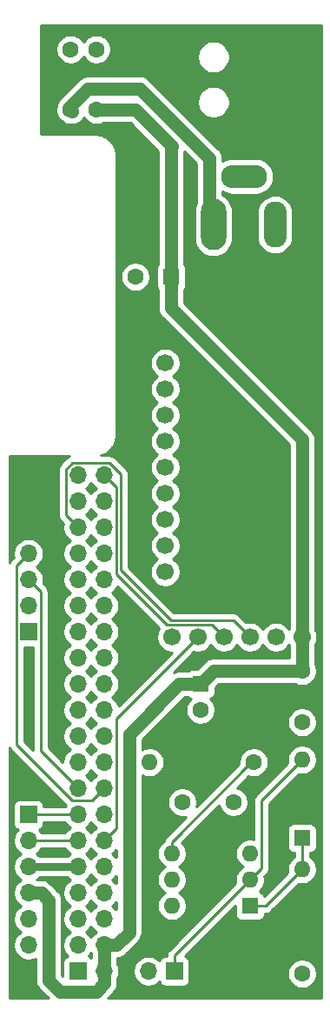
<source format=gtl>
%TF.GenerationSoftware,KiCad,Pcbnew,5.99.0+really5.1.9+dfsg1-1*%
%TF.CreationDate,2021-05-15T21:57:41+10:00*%
%TF.ProjectId,minisynth32-rear,6d696e69-7379-46e7-9468-33322d726561,1.1*%
%TF.SameCoordinates,Original*%
%TF.FileFunction,Copper,L1,Top*%
%TF.FilePolarity,Positive*%
%FSLAX46Y46*%
G04 Gerber Fmt 4.6, Leading zero omitted, Abs format (unit mm)*
G04 Created by KiCad (PCBNEW 5.99.0+really5.1.9+dfsg1-1) date 2021-05-15 21:57:41*
%MOMM*%
%LPD*%
G01*
G04 APERTURE LIST*
%TA.AperFunction,ComponentPad*%
%ADD10O,1.600000X1.600000*%
%TD*%
%TA.AperFunction,ComponentPad*%
%ADD11C,1.600000*%
%TD*%
%TA.AperFunction,ComponentPad*%
%ADD12R,1.600000X1.600000*%
%TD*%
%TA.AperFunction,ComponentPad*%
%ADD13C,1.600200*%
%TD*%
%TA.AperFunction,ComponentPad*%
%ADD14O,1.700000X1.700000*%
%TD*%
%TA.AperFunction,ComponentPad*%
%ADD15R,1.700000X1.700000*%
%TD*%
%TA.AperFunction,ComponentPad*%
%ADD16O,4.500000X2.250000*%
%TD*%
%TA.AperFunction,ComponentPad*%
%ADD17O,2.250000X4.500000*%
%TD*%
%TA.AperFunction,ComponentPad*%
%ADD18O,2.500000X5.000000*%
%TD*%
%TA.AperFunction,ComponentPad*%
%ADD19C,1.700000*%
%TD*%
%TA.AperFunction,Conductor*%
%ADD20C,1.270000*%
%TD*%
%TA.AperFunction,Conductor*%
%ADD21C,0.760000*%
%TD*%
%TA.AperFunction,Conductor*%
%ADD22C,0.250000*%
%TD*%
%TA.AperFunction,NonConductor*%
%ADD23C,0.254000*%
%TD*%
%TA.AperFunction,NonConductor*%
%ADD24C,0.100000*%
%TD*%
G04 APERTURE END LIST*
D10*
%TO.P,R1,2*%
%TO.N,+3V3*%
X143891000Y-116332000D03*
D11*
%TO.P,R1,1*%
%TO.N,/GPIO15(RXD0)*%
X154051000Y-116332000D03*
%TD*%
D10*
%TO.P,R2,2*%
%TO.N,Net-(D1-Pad1)*%
X158750000Y-126746000D03*
D11*
%TO.P,R2,1*%
%TO.N,Net-(J5-Pad2)*%
X158750000Y-136906000D03*
%TD*%
%TO.P,C3,2*%
%TO.N,GND*%
X148844000Y-111212000D03*
D12*
%TO.P,C3,1*%
%TO.N,+5V*%
X148844000Y-108712000D03*
%TD*%
D13*
%TO.P,SW2,4*%
%TO.N,Net-(SW2-Pad4)*%
X138684000Y-46939200D03*
%TO.P,SW2,3*%
%TO.N,Net-(SW2-Pad3)*%
X136194800Y-46939200D03*
%TO.P,SW2,2*%
%TO.N,+5V*%
X138684000Y-52832000D03*
%TO.P,SW2,1*%
%TO.N,Net-(J3-Pad1)*%
X136194800Y-52832000D03*
%TD*%
D14*
%TO.P,J5,2*%
%TO.N,Net-(J5-Pad2)*%
X143764000Y-136652000D03*
D15*
%TO.P,J5,1*%
%TO.N,Net-(D1-Pad2)*%
X146304000Y-136652000D03*
%TD*%
D14*
%TO.P,J4,4*%
%TO.N,ENC_DAT*%
X132080000Y-96012000D03*
%TO.P,J4,3*%
%TO.N,ENC_CLK*%
X132080000Y-98552000D03*
%TO.P,J4,2*%
%TO.N,ENC_BTN*%
X132080000Y-101092000D03*
D15*
%TO.P,J4,1*%
%TO.N,GND*%
X132080000Y-103632000D03*
%TD*%
D16*
%TO.P,J3,3*%
%TO.N,Net-(J3-Pad3)*%
X153114000Y-59308000D03*
D17*
%TO.P,J3,2*%
%TO.N,GND*%
X156114000Y-64008000D03*
D18*
%TO.P,J3,1*%
%TO.N,Net-(J3-Pad1)*%
X150114000Y-64008000D03*
%TD*%
D14*
%TO.P,J1,6*%
%TO.N,I2C_SDA*%
X132080000Y-134112000D03*
%TO.P,J1,5*%
%TO.N,I2C_SCL*%
X132080000Y-131572000D03*
%TO.P,J1,4*%
%TO.N,+5V*%
X132080000Y-129032000D03*
%TO.P,J1,3*%
%TO.N,GND*%
X132080000Y-126492000D03*
%TO.P,J1,2*%
%TO.N,BTN1*%
X132080000Y-123952000D03*
D15*
%TO.P,J1,1*%
%TO.N,BTN2*%
X132080000Y-121412000D03*
%TD*%
D19*
%TO.P,A1,6*%
%TO.N,+5V*%
X158750000Y-104140000D03*
%TO.P,A1,5*%
%TO.N,GND*%
X156210000Y-104140000D03*
%TO.P,A1,4*%
%TO.N,I2S_LRCLK*%
X153670000Y-104140000D03*
%TO.P,A1,3*%
%TO.N,I2S_DATA*%
X151130000Y-104140000D03*
%TO.P,A1,2*%
%TO.N,I2S_BCLK*%
X148590000Y-104140000D03*
%TO.P,A1,1*%
%TO.N,GND*%
X146050000Y-104140000D03*
%TO.P,A1,7*%
%TO.N,Net-(A1-Pad7)*%
X145415000Y-77470000D03*
%TO.P,A1,8*%
%TO.N,Net-(A1-Pad8)*%
X145415000Y-80010000D03*
%TO.P,A1,9*%
%TO.N,Net-(A1-Pad9)*%
X145415000Y-82550000D03*
%TO.P,A1,10*%
%TO.N,Net-(A1-Pad10)*%
X145415000Y-85090000D03*
%TO.P,A1,11*%
%TO.N,Net-(A1-Pad11)*%
X145415000Y-87630000D03*
%TO.P,A1,12*%
%TO.N,Net-(A1-Pad12)*%
X145415000Y-90170000D03*
%TO.P,A1,13*%
%TO.N,Net-(A1-Pad13)*%
X145415000Y-92710000D03*
%TO.P,A1,14*%
%TO.N,Net-(A1-Pad14)*%
X145415000Y-95250000D03*
%TO.P,A1,15*%
%TO.N,Net-(A1-Pad15)*%
X145415000Y-97790000D03*
%TD*%
D10*
%TO.P,U1,6*%
%TO.N,+3V3*%
X146050000Y-130302000D03*
%TO.P,U1,3*%
%TO.N,Net-(U1-Pad3)*%
X153670000Y-125222000D03*
%TO.P,U1,5*%
%TO.N,GND*%
X146050000Y-127762000D03*
%TO.P,U1,2*%
%TO.N,Net-(D1-Pad2)*%
X153670000Y-127762000D03*
%TO.P,U1,4*%
%TO.N,/GPIO15(RXD0)*%
X146050000Y-125222000D03*
D12*
%TO.P,U1,1*%
%TO.N,Net-(D1-Pad1)*%
X153670000Y-130302000D03*
%TD*%
D14*
%TO.P,J2,40*%
%TO.N,I2S_DATA*%
X139446000Y-88392000D03*
%TO.P,J2,39*%
%TO.N,GND*%
X136906000Y-88392000D03*
%TO.P,J2,38*%
%TO.N,/GPIO20(SPI1_MOSI)*%
X139446000Y-90932000D03*
%TO.P,J2,37*%
%TO.N,/GPIO26*%
X136906000Y-90932000D03*
%TO.P,J2,36*%
%TO.N,/GPIO16*%
X139446000Y-93472000D03*
%TO.P,J2,35*%
%TO.N,I2S_LRCLK*%
X136906000Y-93472000D03*
%TO.P,J2,34*%
%TO.N,GND*%
X139446000Y-96012000D03*
%TO.P,J2,33*%
%TO.N,/GPIO13(PWM1)*%
X136906000Y-96012000D03*
%TO.P,J2,32*%
%TO.N,/GPIO12(PWM0)*%
X139446000Y-98552000D03*
%TO.P,J2,31*%
%TO.N,/GPIO6*%
X136906000Y-98552000D03*
%TO.P,J2,30*%
%TO.N,GND*%
X139446000Y-101092000D03*
%TO.P,J2,29*%
%TO.N,/GPIO5*%
X136906000Y-101092000D03*
%TO.P,J2,28*%
%TO.N,/ID_SC*%
X139446000Y-103632000D03*
%TO.P,J2,27*%
%TO.N,/ID_SD*%
X136906000Y-103632000D03*
%TO.P,J2,26*%
%TO.N,/GPIO7(SPI1_CE_N)*%
X139446000Y-106172000D03*
%TO.P,J2,25*%
%TO.N,GND*%
X136906000Y-106172000D03*
%TO.P,J2,24*%
%TO.N,/GPIO8(SPI0_CE_N)*%
X139446000Y-108712000D03*
%TO.P,J2,23*%
%TO.N,/GPIO11(SPI0_CLK)*%
X136906000Y-108712000D03*
%TO.P,J2,22*%
%TO.N,/GPIO25(GEN6)*%
X139446000Y-111252000D03*
%TO.P,J2,21*%
%TO.N,/GPIO9(SPI0_MISO)*%
X136906000Y-111252000D03*
%TO.P,J2,20*%
%TO.N,GND*%
X139446000Y-113792000D03*
%TO.P,J2,19*%
%TO.N,/GPIO10(SPI0_MOSI)*%
X136906000Y-113792000D03*
%TO.P,J2,18*%
%TO.N,/GPIO24(GEN5)*%
X139446000Y-116332000D03*
%TO.P,J2,17*%
%TO.N,Net-(J2-Pad17)*%
X136906000Y-116332000D03*
%TO.P,J2,16*%
%TO.N,ENC_DAT*%
X139446000Y-118872000D03*
%TO.P,J2,15*%
%TO.N,ENC_CLK*%
X136906000Y-118872000D03*
%TO.P,J2,14*%
%TO.N,GND*%
X139446000Y-121412000D03*
%TO.P,J2,13*%
%TO.N,BTN2*%
X136906000Y-121412000D03*
%TO.P,J2,12*%
%TO.N,I2S_BCLK*%
X139446000Y-123952000D03*
%TO.P,J2,11*%
%TO.N,BTN1*%
X136906000Y-123952000D03*
%TO.P,J2,10*%
%TO.N,/GPIO15(RXD0)*%
X139446000Y-126492000D03*
%TO.P,J2,9*%
%TO.N,GND*%
X136906000Y-126492000D03*
%TO.P,J2,8*%
%TO.N,/GPIO14(TXD0)*%
X139446000Y-129032000D03*
%TO.P,J2,7*%
%TO.N,ENC_BTN*%
X136906000Y-129032000D03*
%TO.P,J2,6*%
%TO.N,GND*%
X139446000Y-131572000D03*
%TO.P,J2,5*%
%TO.N,I2C_SCL*%
X136906000Y-131572000D03*
%TO.P,J2,4*%
%TO.N,+5V*%
X139446000Y-134112000D03*
%TO.P,J2,3*%
%TO.N,I2C_SDA*%
X136906000Y-134112000D03*
%TO.P,J2,2*%
%TO.N,+5V*%
X139446000Y-136652000D03*
D15*
%TO.P,J2,1*%
%TO.N,+3V3*%
X136906000Y-136652000D03*
%TD*%
D10*
%TO.P,D1,2*%
%TO.N,Net-(D1-Pad2)*%
X158750000Y-116078000D03*
D12*
%TO.P,D1,1*%
%TO.N,Net-(D1-Pad1)*%
X158750000Y-123698000D03*
%TD*%
D11*
%TO.P,C4,2*%
%TO.N,GND*%
X158750000Y-112442000D03*
%TO.P,C4,1*%
%TO.N,+5V*%
X158750000Y-107442000D03*
%TD*%
%TO.P,C2,2*%
%TO.N,GND*%
X152066000Y-120222000D03*
%TO.P,C2,1*%
%TO.N,+3V3*%
X147066000Y-120222000D03*
%TD*%
%TO.P,C1,2*%
%TO.N,GND*%
X142494000Y-69088000D03*
D12*
%TO.P,C1,1*%
%TO.N,+5V*%
X145994000Y-69088000D03*
%TD*%
D20*
%TO.N,+5V*%
X139446000Y-136652000D02*
X139446000Y-134112000D01*
X158750000Y-104140000D02*
X158750000Y-84892000D01*
X145994000Y-72136000D02*
X158750000Y-84892000D01*
X145994000Y-69088000D02*
X145994000Y-72136000D01*
X138684000Y-52832000D02*
X142494000Y-52832000D01*
X142494000Y-52832000D02*
X146050000Y-56388000D01*
X145994000Y-56444000D02*
X145994000Y-69088000D01*
X146050000Y-56388000D02*
X145994000Y-56444000D01*
X158750000Y-104140000D02*
X158750000Y-107442000D01*
X150114000Y-107442000D02*
X148844000Y-108712000D01*
X158750000Y-107442000D02*
X156210000Y-107442000D01*
X154940000Y-107442000D02*
X150114000Y-107442000D01*
X156210000Y-107442000D02*
X154940000Y-107442000D01*
X141881011Y-132879070D02*
X140648081Y-134112000D01*
X141881011Y-113604989D02*
X141881011Y-132879070D01*
X146774000Y-108712000D02*
X141881011Y-113604989D01*
X140648081Y-134112000D02*
X139446000Y-134112000D01*
X148844000Y-108712000D02*
X146774000Y-108712000D01*
X134065001Y-129747001D02*
X133350000Y-129032000D01*
X134065001Y-137554003D02*
X134065001Y-129747001D01*
X135147999Y-138637001D02*
X134065001Y-137554003D01*
X138664001Y-138637001D02*
X135147999Y-138637001D01*
X139446000Y-137855002D02*
X138664001Y-138637001D01*
X133350000Y-129032000D02*
X132080000Y-129032000D01*
X139446000Y-136652000D02*
X139446000Y-137855002D01*
D21*
%TO.N,GND*%
X136906000Y-126492000D02*
X132080000Y-126492000D01*
D22*
%TO.N,I2S_LRCLK*%
X135730999Y-87827999D02*
X135730999Y-92296999D01*
X140010001Y-87216999D02*
X136341999Y-87216999D01*
X141071011Y-88278009D02*
X140010001Y-87216999D01*
X136341999Y-87216999D02*
X135730999Y-87827999D01*
X141071011Y-97637011D02*
X141071011Y-88278009D01*
X145948989Y-102514989D02*
X141071011Y-97637011D01*
X152044989Y-102514989D02*
X145948989Y-102514989D01*
X135730999Y-92296999D02*
X136906000Y-93472000D01*
X153670000Y-104140000D02*
X152044989Y-102514989D01*
%TO.N,I2S_DATA*%
X140621001Y-89567001D02*
X139446000Y-88392000D01*
X140621001Y-97987999D02*
X140621001Y-89567001D01*
X145598001Y-102964999D02*
X140621001Y-97987999D01*
X149954999Y-102964999D02*
X145598001Y-102964999D01*
X151130000Y-104140000D02*
X149954999Y-102964999D01*
%TO.N,I2S_BCLK*%
X140621001Y-122776999D02*
X139446000Y-123952000D01*
X140621001Y-112108999D02*
X140621001Y-122776999D01*
X148590000Y-104140000D02*
X140621001Y-112108999D01*
%TO.N,Net-(D1-Pad2)*%
X146304000Y-135128000D02*
X153670000Y-127762000D01*
X146304000Y-136652000D02*
X146304000Y-135128000D01*
X154795001Y-120032999D02*
X158750000Y-116078000D01*
X154795001Y-126636999D02*
X154795001Y-120032999D01*
X153670000Y-127762000D02*
X154795001Y-126636999D01*
%TO.N,Net-(D1-Pad1)*%
X158750000Y-123698000D02*
X158750000Y-126746000D01*
X155194000Y-130302000D02*
X158750000Y-126746000D01*
X153670000Y-130302000D02*
X155194000Y-130302000D01*
%TO.N,I2C_SDA*%
X132080000Y-134112000D02*
X131826000Y-134112000D01*
%TO.N,BTN2*%
X132080000Y-121412000D02*
X136906000Y-121412000D01*
%TO.N,BTN1*%
X136906000Y-124206000D02*
X136906000Y-123952000D01*
X132080000Y-123952000D02*
X136906000Y-123952000D01*
%TO.N,ENC_DAT*%
X136341999Y-120047001D02*
X130904999Y-114610001D01*
X138270999Y-120047001D02*
X136341999Y-120047001D01*
X139446000Y-118872000D02*
X138270999Y-120047001D01*
X130904999Y-97187001D02*
X132080000Y-96012000D01*
X130904999Y-114610001D02*
X130904999Y-97187001D01*
%TO.N,ENC_CLK*%
X136906000Y-118872000D02*
X133255001Y-115221001D01*
X133255001Y-99727001D02*
X132080000Y-98552000D01*
X133255001Y-115221001D02*
X133255001Y-99727001D01*
%TO.N,/GPIO15(RXD0)*%
X153808630Y-116332000D02*
X154051000Y-116332000D01*
X146050000Y-124090630D02*
X153808630Y-116332000D01*
X146050000Y-125222000D02*
X146050000Y-124090630D01*
D20*
%TO.N,Net-(J3-Pad1)*%
X136342000Y-52979200D02*
X136194800Y-52832000D01*
X149860000Y-64008000D02*
X150114000Y-64008000D01*
X149728990Y-63622990D02*
X150114000Y-64008000D01*
X149728990Y-57563818D02*
X149728990Y-63622990D01*
X142965172Y-50800000D02*
X149728990Y-57563818D01*
X137852050Y-50800000D02*
X142965172Y-50800000D01*
X136194800Y-52457250D02*
X137852050Y-50800000D01*
X136194800Y-52832000D02*
X136194800Y-52457250D01*
%TD*%
D23*
X130270025Y-115034277D02*
X130300997Y-115072016D01*
X130364998Y-115150002D01*
X130394002Y-115173805D01*
X135725704Y-120505508D01*
X135627822Y-120652000D01*
X133568072Y-120652000D01*
X133568072Y-120562000D01*
X133555812Y-120437518D01*
X133519502Y-120317820D01*
X133460537Y-120207506D01*
X133381185Y-120110815D01*
X133284494Y-120031463D01*
X133174180Y-119972498D01*
X133054482Y-119936188D01*
X132930000Y-119923928D01*
X131230000Y-119923928D01*
X131105518Y-119936188D01*
X130985820Y-119972498D01*
X130875506Y-120031463D01*
X130778815Y-120110815D01*
X130699463Y-120207506D01*
X130640498Y-120317820D01*
X130604188Y-120437518D01*
X130591928Y-120562000D01*
X130591928Y-122262000D01*
X130604188Y-122386482D01*
X130640498Y-122506180D01*
X130699463Y-122616494D01*
X130778815Y-122713185D01*
X130875506Y-122792537D01*
X130985820Y-122851502D01*
X131058380Y-122873513D01*
X130926525Y-123005368D01*
X130764010Y-123248589D01*
X130652068Y-123518842D01*
X130595000Y-123805740D01*
X130595000Y-124098260D01*
X130652068Y-124385158D01*
X130764010Y-124655411D01*
X130926525Y-124898632D01*
X131133368Y-125105475D01*
X131307760Y-125222000D01*
X131133368Y-125338525D01*
X130926525Y-125545368D01*
X130764010Y-125788589D01*
X130652068Y-126058842D01*
X130595000Y-126345740D01*
X130595000Y-126638260D01*
X130652068Y-126925158D01*
X130764010Y-127195411D01*
X130926525Y-127438632D01*
X131133368Y-127645475D01*
X131307760Y-127762000D01*
X131133368Y-127878525D01*
X130926525Y-128085368D01*
X130764010Y-128328589D01*
X130652068Y-128598842D01*
X130595000Y-128885740D01*
X130595000Y-129178260D01*
X130652068Y-129465158D01*
X130764010Y-129735411D01*
X130926525Y-129978632D01*
X131133368Y-130185475D01*
X131307760Y-130302000D01*
X131133368Y-130418525D01*
X130926525Y-130625368D01*
X130764010Y-130868589D01*
X130652068Y-131138842D01*
X130595000Y-131425740D01*
X130595000Y-131718260D01*
X130652068Y-132005158D01*
X130764010Y-132275411D01*
X130926525Y-132518632D01*
X131133368Y-132725475D01*
X131307760Y-132842000D01*
X131133368Y-132958525D01*
X130926525Y-133165368D01*
X130764010Y-133408589D01*
X130652068Y-133678842D01*
X130595000Y-133965740D01*
X130595000Y-134258260D01*
X130652068Y-134545158D01*
X130764010Y-134815411D01*
X130926525Y-135058632D01*
X131133368Y-135265475D01*
X131376589Y-135427990D01*
X131646842Y-135539932D01*
X131933740Y-135597000D01*
X132226260Y-135597000D01*
X132513158Y-135539932D01*
X132783411Y-135427990D01*
X132795001Y-135420246D01*
X132795001Y-137491630D01*
X132788858Y-137554003D01*
X132795001Y-137616376D01*
X132795001Y-137616382D01*
X132813378Y-137802965D01*
X132885998Y-138042361D01*
X133003926Y-138262990D01*
X133162631Y-138456373D01*
X133211092Y-138496144D01*
X134008947Y-139294000D01*
X130200000Y-139294000D01*
X130200000Y-114903270D01*
X130270025Y-115034277D01*
%TA.AperFunction,NonConductor*%
D24*
G36*
X130270025Y-115034277D02*
G01*
X130300997Y-115072016D01*
X130364998Y-115150002D01*
X130394002Y-115173805D01*
X135725704Y-120505508D01*
X135627822Y-120652000D01*
X133568072Y-120652000D01*
X133568072Y-120562000D01*
X133555812Y-120437518D01*
X133519502Y-120317820D01*
X133460537Y-120207506D01*
X133381185Y-120110815D01*
X133284494Y-120031463D01*
X133174180Y-119972498D01*
X133054482Y-119936188D01*
X132930000Y-119923928D01*
X131230000Y-119923928D01*
X131105518Y-119936188D01*
X130985820Y-119972498D01*
X130875506Y-120031463D01*
X130778815Y-120110815D01*
X130699463Y-120207506D01*
X130640498Y-120317820D01*
X130604188Y-120437518D01*
X130591928Y-120562000D01*
X130591928Y-122262000D01*
X130604188Y-122386482D01*
X130640498Y-122506180D01*
X130699463Y-122616494D01*
X130778815Y-122713185D01*
X130875506Y-122792537D01*
X130985820Y-122851502D01*
X131058380Y-122873513D01*
X130926525Y-123005368D01*
X130764010Y-123248589D01*
X130652068Y-123518842D01*
X130595000Y-123805740D01*
X130595000Y-124098260D01*
X130652068Y-124385158D01*
X130764010Y-124655411D01*
X130926525Y-124898632D01*
X131133368Y-125105475D01*
X131307760Y-125222000D01*
X131133368Y-125338525D01*
X130926525Y-125545368D01*
X130764010Y-125788589D01*
X130652068Y-126058842D01*
X130595000Y-126345740D01*
X130595000Y-126638260D01*
X130652068Y-126925158D01*
X130764010Y-127195411D01*
X130926525Y-127438632D01*
X131133368Y-127645475D01*
X131307760Y-127762000D01*
X131133368Y-127878525D01*
X130926525Y-128085368D01*
X130764010Y-128328589D01*
X130652068Y-128598842D01*
X130595000Y-128885740D01*
X130595000Y-129178260D01*
X130652068Y-129465158D01*
X130764010Y-129735411D01*
X130926525Y-129978632D01*
X131133368Y-130185475D01*
X131307760Y-130302000D01*
X131133368Y-130418525D01*
X130926525Y-130625368D01*
X130764010Y-130868589D01*
X130652068Y-131138842D01*
X130595000Y-131425740D01*
X130595000Y-131718260D01*
X130652068Y-132005158D01*
X130764010Y-132275411D01*
X130926525Y-132518632D01*
X131133368Y-132725475D01*
X131307760Y-132842000D01*
X131133368Y-132958525D01*
X130926525Y-133165368D01*
X130764010Y-133408589D01*
X130652068Y-133678842D01*
X130595000Y-133965740D01*
X130595000Y-134258260D01*
X130652068Y-134545158D01*
X130764010Y-134815411D01*
X130926525Y-135058632D01*
X131133368Y-135265475D01*
X131376589Y-135427990D01*
X131646842Y-135539932D01*
X131933740Y-135597000D01*
X132226260Y-135597000D01*
X132513158Y-135539932D01*
X132783411Y-135427990D01*
X132795001Y-135420246D01*
X132795001Y-137491630D01*
X132788858Y-137554003D01*
X132795001Y-137616376D01*
X132795001Y-137616382D01*
X132813378Y-137802965D01*
X132885998Y-138042361D01*
X133003926Y-138262990D01*
X133162631Y-138456373D01*
X133211092Y-138496144D01*
X134008947Y-139294000D01*
X130200000Y-139294000D01*
X130200000Y-114903270D01*
X130270025Y-115034277D01*
G37*
%TD.AperFunction*%
D23*
X160630000Y-139294000D02*
X139803052Y-139294000D01*
X140299914Y-138797139D01*
X140348370Y-138757372D01*
X140507075Y-138563990D01*
X140625003Y-138343361D01*
X140697623Y-138103965D01*
X140705830Y-138020637D01*
X140722144Y-137855002D01*
X140716000Y-137792622D01*
X140716000Y-137424240D01*
X140761990Y-137355411D01*
X140873932Y-137085158D01*
X140931000Y-136798260D01*
X140931000Y-136505740D01*
X142279000Y-136505740D01*
X142279000Y-136798260D01*
X142336068Y-137085158D01*
X142448010Y-137355411D01*
X142610525Y-137598632D01*
X142817368Y-137805475D01*
X143060589Y-137967990D01*
X143330842Y-138079932D01*
X143617740Y-138137000D01*
X143910260Y-138137000D01*
X144197158Y-138079932D01*
X144467411Y-137967990D01*
X144710632Y-137805475D01*
X144842487Y-137673620D01*
X144864498Y-137746180D01*
X144923463Y-137856494D01*
X145002815Y-137953185D01*
X145099506Y-138032537D01*
X145209820Y-138091502D01*
X145329518Y-138127812D01*
X145454000Y-138140072D01*
X147154000Y-138140072D01*
X147278482Y-138127812D01*
X147398180Y-138091502D01*
X147508494Y-138032537D01*
X147605185Y-137953185D01*
X147684537Y-137856494D01*
X147743502Y-137746180D01*
X147779812Y-137626482D01*
X147792072Y-137502000D01*
X147792072Y-136764665D01*
X157315000Y-136764665D01*
X157315000Y-137047335D01*
X157370147Y-137324574D01*
X157478320Y-137585727D01*
X157635363Y-137820759D01*
X157835241Y-138020637D01*
X158070273Y-138177680D01*
X158331426Y-138285853D01*
X158608665Y-138341000D01*
X158891335Y-138341000D01*
X159168574Y-138285853D01*
X159429727Y-138177680D01*
X159664759Y-138020637D01*
X159864637Y-137820759D01*
X160021680Y-137585727D01*
X160129853Y-137324574D01*
X160185000Y-137047335D01*
X160185000Y-136764665D01*
X160129853Y-136487426D01*
X160021680Y-136226273D01*
X159864637Y-135991241D01*
X159664759Y-135791363D01*
X159429727Y-135634320D01*
X159168574Y-135526147D01*
X158891335Y-135471000D01*
X158608665Y-135471000D01*
X158331426Y-135526147D01*
X158070273Y-135634320D01*
X157835241Y-135791363D01*
X157635363Y-135991241D01*
X157478320Y-136226273D01*
X157370147Y-136487426D01*
X157315000Y-136764665D01*
X147792072Y-136764665D01*
X147792072Y-135802000D01*
X147779812Y-135677518D01*
X147743502Y-135557820D01*
X147684537Y-135447506D01*
X147605185Y-135350815D01*
X147508494Y-135271463D01*
X147398180Y-135212498D01*
X147318480Y-135188321D01*
X152231928Y-130274874D01*
X152231928Y-131102000D01*
X152244188Y-131226482D01*
X152280498Y-131346180D01*
X152339463Y-131456494D01*
X152418815Y-131553185D01*
X152515506Y-131632537D01*
X152625820Y-131691502D01*
X152745518Y-131727812D01*
X152870000Y-131740072D01*
X154470000Y-131740072D01*
X154594482Y-131727812D01*
X154714180Y-131691502D01*
X154824494Y-131632537D01*
X154921185Y-131553185D01*
X155000537Y-131456494D01*
X155059502Y-131346180D01*
X155095812Y-131226482D01*
X155108072Y-131102000D01*
X155108072Y-131062000D01*
X155156678Y-131062000D01*
X155194000Y-131065676D01*
X155231322Y-131062000D01*
X155231333Y-131062000D01*
X155342986Y-131051003D01*
X155486247Y-131007546D01*
X155618276Y-130936974D01*
X155734001Y-130842001D01*
X155757804Y-130812997D01*
X158426115Y-128144688D01*
X158608665Y-128181000D01*
X158891335Y-128181000D01*
X159168574Y-128125853D01*
X159429727Y-128017680D01*
X159664759Y-127860637D01*
X159864637Y-127660759D01*
X160021680Y-127425727D01*
X160129853Y-127164574D01*
X160185000Y-126887335D01*
X160185000Y-126604665D01*
X160129853Y-126327426D01*
X160021680Y-126066273D01*
X159864637Y-125831241D01*
X159664759Y-125631363D01*
X159510000Y-125527957D01*
X159510000Y-125136072D01*
X159550000Y-125136072D01*
X159674482Y-125123812D01*
X159794180Y-125087502D01*
X159904494Y-125028537D01*
X160001185Y-124949185D01*
X160080537Y-124852494D01*
X160139502Y-124742180D01*
X160175812Y-124622482D01*
X160188072Y-124498000D01*
X160188072Y-122898000D01*
X160175812Y-122773518D01*
X160139502Y-122653820D01*
X160080537Y-122543506D01*
X160001185Y-122446815D01*
X159904494Y-122367463D01*
X159794180Y-122308498D01*
X159674482Y-122272188D01*
X159550000Y-122259928D01*
X157950000Y-122259928D01*
X157825518Y-122272188D01*
X157705820Y-122308498D01*
X157595506Y-122367463D01*
X157498815Y-122446815D01*
X157419463Y-122543506D01*
X157360498Y-122653820D01*
X157324188Y-122773518D01*
X157311928Y-122898000D01*
X157311928Y-124498000D01*
X157324188Y-124622482D01*
X157360498Y-124742180D01*
X157419463Y-124852494D01*
X157498815Y-124949185D01*
X157595506Y-125028537D01*
X157705820Y-125087502D01*
X157825518Y-125123812D01*
X157950000Y-125136072D01*
X157990000Y-125136072D01*
X157990001Y-125527956D01*
X157835241Y-125631363D01*
X157635363Y-125831241D01*
X157478320Y-126066273D01*
X157370147Y-126327426D01*
X157315000Y-126604665D01*
X157315000Y-126887335D01*
X157351312Y-127069885D01*
X155083679Y-129337520D01*
X155059502Y-129257820D01*
X155000537Y-129147506D01*
X154921185Y-129050815D01*
X154824494Y-128971463D01*
X154714180Y-128912498D01*
X154594482Y-128876188D01*
X154586039Y-128875357D01*
X154784637Y-128676759D01*
X154941680Y-128441727D01*
X155049853Y-128180574D01*
X155105000Y-127903335D01*
X155105000Y-127620665D01*
X155068688Y-127438114D01*
X155306005Y-127200797D01*
X155335002Y-127177000D01*
X155429975Y-127061275D01*
X155500547Y-126929246D01*
X155544004Y-126785985D01*
X155555001Y-126674332D01*
X155555001Y-126674324D01*
X155558677Y-126636999D01*
X155555001Y-126599674D01*
X155555001Y-120347800D01*
X158426114Y-117476688D01*
X158608665Y-117513000D01*
X158891335Y-117513000D01*
X159168574Y-117457853D01*
X159429727Y-117349680D01*
X159664759Y-117192637D01*
X159864637Y-116992759D01*
X160021680Y-116757727D01*
X160129853Y-116496574D01*
X160185000Y-116219335D01*
X160185000Y-115936665D01*
X160129853Y-115659426D01*
X160021680Y-115398273D01*
X159864637Y-115163241D01*
X159664759Y-114963363D01*
X159429727Y-114806320D01*
X159168574Y-114698147D01*
X158891335Y-114643000D01*
X158608665Y-114643000D01*
X158331426Y-114698147D01*
X158070273Y-114806320D01*
X157835241Y-114963363D01*
X157635363Y-115163241D01*
X157478320Y-115398273D01*
X157370147Y-115659426D01*
X157315000Y-115936665D01*
X157315000Y-116219335D01*
X157351312Y-116401886D01*
X154283999Y-119469200D01*
X154255001Y-119492998D01*
X154231203Y-119521996D01*
X154231202Y-119521997D01*
X154160027Y-119608723D01*
X154089455Y-119740753D01*
X154045999Y-119884014D01*
X154031325Y-120032999D01*
X154035002Y-120070331D01*
X154035001Y-123831491D01*
X153811335Y-123787000D01*
X153528665Y-123787000D01*
X153251426Y-123842147D01*
X152990273Y-123950320D01*
X152755241Y-124107363D01*
X152555363Y-124307241D01*
X152398320Y-124542273D01*
X152290147Y-124803426D01*
X152235000Y-125080665D01*
X152235000Y-125363335D01*
X152290147Y-125640574D01*
X152398320Y-125901727D01*
X152555363Y-126136759D01*
X152755241Y-126336637D01*
X152987759Y-126492000D01*
X152755241Y-126647363D01*
X152555363Y-126847241D01*
X152398320Y-127082273D01*
X152290147Y-127343426D01*
X152235000Y-127620665D01*
X152235000Y-127903335D01*
X152271312Y-128085886D01*
X145792998Y-134564201D01*
X145764000Y-134587999D01*
X145740202Y-134616997D01*
X145740201Y-134616998D01*
X145669026Y-134703724D01*
X145598454Y-134835754D01*
X145554998Y-134979015D01*
X145540324Y-135128000D01*
X145543863Y-135163928D01*
X145454000Y-135163928D01*
X145329518Y-135176188D01*
X145209820Y-135212498D01*
X145099506Y-135271463D01*
X145002815Y-135350815D01*
X144923463Y-135447506D01*
X144864498Y-135557820D01*
X144842487Y-135630380D01*
X144710632Y-135498525D01*
X144467411Y-135336010D01*
X144197158Y-135224068D01*
X143910260Y-135167000D01*
X143617740Y-135167000D01*
X143330842Y-135224068D01*
X143060589Y-135336010D01*
X142817368Y-135498525D01*
X142610525Y-135705368D01*
X142448010Y-135948589D01*
X142336068Y-136218842D01*
X142279000Y-136505740D01*
X140931000Y-136505740D01*
X140873932Y-136218842D01*
X140761990Y-135948589D01*
X140716000Y-135879760D01*
X140716000Y-135381454D01*
X140897044Y-135363623D01*
X141136440Y-135291003D01*
X141357069Y-135173075D01*
X141550451Y-135014370D01*
X141590222Y-134965909D01*
X142734925Y-133821207D01*
X142783381Y-133781440D01*
X142942086Y-133588058D01*
X143060014Y-133367429D01*
X143132634Y-133128033D01*
X143151011Y-132941450D01*
X143151011Y-132941444D01*
X143157154Y-132879071D01*
X143151011Y-132816698D01*
X143151011Y-125080665D01*
X144615000Y-125080665D01*
X144615000Y-125363335D01*
X144670147Y-125640574D01*
X144778320Y-125901727D01*
X144935363Y-126136759D01*
X145135241Y-126336637D01*
X145367759Y-126492000D01*
X145135241Y-126647363D01*
X144935363Y-126847241D01*
X144778320Y-127082273D01*
X144670147Y-127343426D01*
X144615000Y-127620665D01*
X144615000Y-127903335D01*
X144670147Y-128180574D01*
X144778320Y-128441727D01*
X144935363Y-128676759D01*
X145135241Y-128876637D01*
X145367759Y-129032000D01*
X145135241Y-129187363D01*
X144935363Y-129387241D01*
X144778320Y-129622273D01*
X144670147Y-129883426D01*
X144615000Y-130160665D01*
X144615000Y-130443335D01*
X144670147Y-130720574D01*
X144778320Y-130981727D01*
X144935363Y-131216759D01*
X145135241Y-131416637D01*
X145370273Y-131573680D01*
X145631426Y-131681853D01*
X145908665Y-131737000D01*
X146191335Y-131737000D01*
X146468574Y-131681853D01*
X146729727Y-131573680D01*
X146964759Y-131416637D01*
X147164637Y-131216759D01*
X147321680Y-130981727D01*
X147429853Y-130720574D01*
X147485000Y-130443335D01*
X147485000Y-130160665D01*
X147429853Y-129883426D01*
X147321680Y-129622273D01*
X147164637Y-129387241D01*
X146964759Y-129187363D01*
X146732241Y-129032000D01*
X146964759Y-128876637D01*
X147164637Y-128676759D01*
X147321680Y-128441727D01*
X147429853Y-128180574D01*
X147485000Y-127903335D01*
X147485000Y-127620665D01*
X147429853Y-127343426D01*
X147321680Y-127082273D01*
X147164637Y-126847241D01*
X146964759Y-126647363D01*
X146732241Y-126492000D01*
X146964759Y-126336637D01*
X147164637Y-126136759D01*
X147321680Y-125901727D01*
X147429853Y-125640574D01*
X147485000Y-125363335D01*
X147485000Y-125080665D01*
X147429853Y-124803426D01*
X147321680Y-124542273D01*
X147164637Y-124307241D01*
X147036414Y-124179018D01*
X150667683Y-120547749D01*
X150686147Y-120640574D01*
X150794320Y-120901727D01*
X150951363Y-121136759D01*
X151151241Y-121336637D01*
X151386273Y-121493680D01*
X151647426Y-121601853D01*
X151924665Y-121657000D01*
X152207335Y-121657000D01*
X152484574Y-121601853D01*
X152745727Y-121493680D01*
X152980759Y-121336637D01*
X153180637Y-121136759D01*
X153337680Y-120901727D01*
X153445853Y-120640574D01*
X153501000Y-120363335D01*
X153501000Y-120080665D01*
X153445853Y-119803426D01*
X153337680Y-119542273D01*
X153180637Y-119307241D01*
X152980759Y-119107363D01*
X152745727Y-118950320D01*
X152484574Y-118842147D01*
X152391749Y-118823683D01*
X153541317Y-117674115D01*
X153632426Y-117711853D01*
X153909665Y-117767000D01*
X154192335Y-117767000D01*
X154469574Y-117711853D01*
X154730727Y-117603680D01*
X154965759Y-117446637D01*
X155165637Y-117246759D01*
X155322680Y-117011727D01*
X155430853Y-116750574D01*
X155486000Y-116473335D01*
X155486000Y-116190665D01*
X155430853Y-115913426D01*
X155322680Y-115652273D01*
X155165637Y-115417241D01*
X154965759Y-115217363D01*
X154730727Y-115060320D01*
X154469574Y-114952147D01*
X154192335Y-114897000D01*
X153909665Y-114897000D01*
X153632426Y-114952147D01*
X153371273Y-115060320D01*
X153136241Y-115217363D01*
X152936363Y-115417241D01*
X152779320Y-115652273D01*
X152671147Y-115913426D01*
X152616000Y-116190665D01*
X152616000Y-116449828D01*
X148450968Y-120614861D01*
X148501000Y-120363335D01*
X148501000Y-120080665D01*
X148445853Y-119803426D01*
X148337680Y-119542273D01*
X148180637Y-119307241D01*
X147980759Y-119107363D01*
X147745727Y-118950320D01*
X147484574Y-118842147D01*
X147207335Y-118787000D01*
X146924665Y-118787000D01*
X146647426Y-118842147D01*
X146386273Y-118950320D01*
X146151241Y-119107363D01*
X145951363Y-119307241D01*
X145794320Y-119542273D01*
X145686147Y-119803426D01*
X145631000Y-120080665D01*
X145631000Y-120363335D01*
X145686147Y-120640574D01*
X145794320Y-120901727D01*
X145951363Y-121136759D01*
X146151241Y-121336637D01*
X146386273Y-121493680D01*
X146647426Y-121601853D01*
X146924665Y-121657000D01*
X147207335Y-121657000D01*
X147458861Y-121606968D01*
X145538998Y-123526831D01*
X145510000Y-123550629D01*
X145486202Y-123579627D01*
X145486201Y-123579628D01*
X145415026Y-123666354D01*
X145344454Y-123798384D01*
X145314180Y-123898188D01*
X145300998Y-123941644D01*
X145299978Y-123952000D01*
X145295203Y-124000480D01*
X145135241Y-124107363D01*
X144935363Y-124307241D01*
X144778320Y-124542273D01*
X144670147Y-124803426D01*
X144615000Y-125080665D01*
X143151011Y-125080665D01*
X143151011Y-117563414D01*
X143211273Y-117603680D01*
X143472426Y-117711853D01*
X143749665Y-117767000D01*
X144032335Y-117767000D01*
X144309574Y-117711853D01*
X144570727Y-117603680D01*
X144805759Y-117446637D01*
X145005637Y-117246759D01*
X145162680Y-117011727D01*
X145270853Y-116750574D01*
X145326000Y-116473335D01*
X145326000Y-116190665D01*
X145270853Y-115913426D01*
X145162680Y-115652273D01*
X145005637Y-115417241D01*
X144805759Y-115217363D01*
X144570727Y-115060320D01*
X144309574Y-114952147D01*
X144032335Y-114897000D01*
X143749665Y-114897000D01*
X143472426Y-114952147D01*
X143211273Y-115060320D01*
X143151011Y-115100586D01*
X143151011Y-114131039D01*
X147300051Y-109982000D01*
X147615741Y-109982000D01*
X147689506Y-110042537D01*
X147799820Y-110101502D01*
X147895943Y-110130661D01*
X147729363Y-110297241D01*
X147572320Y-110532273D01*
X147464147Y-110793426D01*
X147409000Y-111070665D01*
X147409000Y-111353335D01*
X147464147Y-111630574D01*
X147572320Y-111891727D01*
X147729363Y-112126759D01*
X147929241Y-112326637D01*
X148164273Y-112483680D01*
X148425426Y-112591853D01*
X148702665Y-112647000D01*
X148985335Y-112647000D01*
X149262574Y-112591853D01*
X149523727Y-112483680D01*
X149758759Y-112326637D01*
X149784731Y-112300665D01*
X157315000Y-112300665D01*
X157315000Y-112583335D01*
X157370147Y-112860574D01*
X157478320Y-113121727D01*
X157635363Y-113356759D01*
X157835241Y-113556637D01*
X158070273Y-113713680D01*
X158331426Y-113821853D01*
X158608665Y-113877000D01*
X158891335Y-113877000D01*
X159168574Y-113821853D01*
X159429727Y-113713680D01*
X159664759Y-113556637D01*
X159864637Y-113356759D01*
X160021680Y-113121727D01*
X160129853Y-112860574D01*
X160185000Y-112583335D01*
X160185000Y-112300665D01*
X160129853Y-112023426D01*
X160021680Y-111762273D01*
X159864637Y-111527241D01*
X159664759Y-111327363D01*
X159429727Y-111170320D01*
X159168574Y-111062147D01*
X158891335Y-111007000D01*
X158608665Y-111007000D01*
X158331426Y-111062147D01*
X158070273Y-111170320D01*
X157835241Y-111327363D01*
X157635363Y-111527241D01*
X157478320Y-111762273D01*
X157370147Y-112023426D01*
X157315000Y-112300665D01*
X149784731Y-112300665D01*
X149958637Y-112126759D01*
X150115680Y-111891727D01*
X150223853Y-111630574D01*
X150279000Y-111353335D01*
X150279000Y-111070665D01*
X150223853Y-110793426D01*
X150115680Y-110532273D01*
X149958637Y-110297241D01*
X149792057Y-110130661D01*
X149888180Y-110101502D01*
X149998494Y-110042537D01*
X150095185Y-109963185D01*
X150174537Y-109866494D01*
X150233502Y-109756180D01*
X150269812Y-109636482D01*
X150282072Y-109512000D01*
X150282072Y-109069978D01*
X150640051Y-108712000D01*
X158067759Y-108712000D01*
X158070273Y-108713680D01*
X158331426Y-108821853D01*
X158608665Y-108877000D01*
X158891335Y-108877000D01*
X159168574Y-108821853D01*
X159429727Y-108713680D01*
X159664759Y-108556637D01*
X159864637Y-108356759D01*
X160021680Y-108121727D01*
X160129853Y-107860574D01*
X160185000Y-107583335D01*
X160185000Y-107300665D01*
X160129853Y-107023426D01*
X160021680Y-106762273D01*
X160020000Y-106759759D01*
X160020000Y-104912240D01*
X160065990Y-104843411D01*
X160177932Y-104573158D01*
X160235000Y-104286260D01*
X160235000Y-103993740D01*
X160177932Y-103706842D01*
X160065990Y-103436589D01*
X160020000Y-103367760D01*
X160020000Y-84954372D01*
X160026143Y-84891999D01*
X160020000Y-84829626D01*
X160020000Y-84829620D01*
X160002472Y-84651660D01*
X160001623Y-84643036D01*
X159973885Y-84551597D01*
X159929003Y-84403641D01*
X159811075Y-84183012D01*
X159652370Y-83989630D01*
X159603914Y-83949863D01*
X147264000Y-71609950D01*
X147264000Y-70316259D01*
X147324537Y-70242494D01*
X147383502Y-70132180D01*
X147419812Y-70012482D01*
X147432072Y-69888000D01*
X147432072Y-68288000D01*
X147419812Y-68163518D01*
X147383502Y-68043820D01*
X147324537Y-67933506D01*
X147264000Y-67859741D01*
X147264000Y-56894879D01*
X148458990Y-58089869D01*
X148458991Y-61855552D01*
X148364061Y-62033153D01*
X148256275Y-62388477D01*
X148229000Y-62665404D01*
X148229001Y-65350597D01*
X148256276Y-65627524D01*
X148364062Y-65982848D01*
X148539098Y-66310317D01*
X148774656Y-66597345D01*
X149061684Y-66832903D01*
X149389153Y-67007939D01*
X149744477Y-67115725D01*
X150114000Y-67152120D01*
X150483524Y-67115725D01*
X150838848Y-67007939D01*
X151166317Y-66832903D01*
X151453345Y-66597345D01*
X151688903Y-66310317D01*
X151863939Y-65982848D01*
X151971725Y-65627524D01*
X151999000Y-65350597D01*
X151999000Y-62796548D01*
X154354000Y-62796548D01*
X154354001Y-65219453D01*
X154379468Y-65478020D01*
X154480106Y-65809781D01*
X154643535Y-66115534D01*
X154863472Y-66383529D01*
X155131467Y-66603466D01*
X155437220Y-66766895D01*
X155768981Y-66867533D01*
X156114000Y-66901515D01*
X156459020Y-66867533D01*
X156790781Y-66766895D01*
X157096534Y-66603466D01*
X157364529Y-66383529D01*
X157584466Y-66115534D01*
X157747895Y-65809781D01*
X157848533Y-65478020D01*
X157874000Y-65219453D01*
X157874000Y-62796547D01*
X157848533Y-62537980D01*
X157747895Y-62206219D01*
X157584466Y-61900466D01*
X157364529Y-61632471D01*
X157096533Y-61412534D01*
X156790780Y-61249105D01*
X156459019Y-61148467D01*
X156114000Y-61114485D01*
X155768980Y-61148467D01*
X155437219Y-61249105D01*
X155131466Y-61412534D01*
X154863471Y-61632471D01*
X154643534Y-61900467D01*
X154480105Y-62206220D01*
X154379467Y-62537981D01*
X154354000Y-62796548D01*
X151999000Y-62796548D01*
X151999000Y-62665403D01*
X151971725Y-62388476D01*
X151863939Y-62033152D01*
X151688903Y-61705683D01*
X151453345Y-61418655D01*
X151166317Y-61183097D01*
X150998990Y-61093659D01*
X150998990Y-60772331D01*
X151006466Y-60778466D01*
X151312219Y-60941895D01*
X151643980Y-61042533D01*
X151902547Y-61068000D01*
X154325453Y-61068000D01*
X154584020Y-61042533D01*
X154915781Y-60941895D01*
X155221534Y-60778466D01*
X155489529Y-60558529D01*
X155709466Y-60290534D01*
X155872895Y-59984781D01*
X155973533Y-59653020D01*
X156007515Y-59308000D01*
X155973533Y-58962980D01*
X155872895Y-58631219D01*
X155709466Y-58325466D01*
X155489529Y-58057471D01*
X155221534Y-57837534D01*
X154915781Y-57674105D01*
X154584020Y-57573467D01*
X154325453Y-57548000D01*
X151902547Y-57548000D01*
X151643980Y-57573467D01*
X151312219Y-57674105D01*
X151006466Y-57837534D01*
X150998990Y-57843669D01*
X150998990Y-57626190D01*
X151005133Y-57563817D01*
X150998990Y-57501444D01*
X150998990Y-57501438D01*
X150980613Y-57314855D01*
X150980568Y-57314705D01*
X150948843Y-57210125D01*
X150907993Y-57075459D01*
X150790065Y-56854830D01*
X150631360Y-56661448D01*
X150582905Y-56621682D01*
X145887568Y-51926345D01*
X148526500Y-51926345D01*
X148526500Y-52239055D01*
X148587507Y-52545757D01*
X148707176Y-52834663D01*
X148880908Y-53094672D01*
X149102028Y-53315792D01*
X149362037Y-53489524D01*
X149650943Y-53609193D01*
X149957645Y-53670200D01*
X150270355Y-53670200D01*
X150577057Y-53609193D01*
X150865963Y-53489524D01*
X151125972Y-53315792D01*
X151347092Y-53094672D01*
X151520824Y-52834663D01*
X151640493Y-52545757D01*
X151701500Y-52239055D01*
X151701500Y-51926345D01*
X151640493Y-51619643D01*
X151520824Y-51330737D01*
X151347092Y-51070728D01*
X151125972Y-50849608D01*
X150865963Y-50675876D01*
X150577057Y-50556207D01*
X150270355Y-50495200D01*
X149957645Y-50495200D01*
X149650943Y-50556207D01*
X149362037Y-50675876D01*
X149102028Y-50849608D01*
X148880908Y-51070728D01*
X148707176Y-51330737D01*
X148587507Y-51619643D01*
X148526500Y-51926345D01*
X145887568Y-51926345D01*
X143907313Y-49946091D01*
X143867542Y-49897630D01*
X143674160Y-49738925D01*
X143453531Y-49620997D01*
X143214135Y-49548377D01*
X143027552Y-49530000D01*
X143027545Y-49530000D01*
X142965172Y-49523857D01*
X142902799Y-49530000D01*
X137914422Y-49530000D01*
X137852049Y-49523857D01*
X137789676Y-49530000D01*
X137789670Y-49530000D01*
X137628805Y-49545844D01*
X137603086Y-49548377D01*
X137530466Y-49570406D01*
X137363691Y-49620997D01*
X137143062Y-49738925D01*
X136949680Y-49897630D01*
X136909913Y-49946086D01*
X135340886Y-51515114D01*
X135292431Y-51554880D01*
X135133725Y-51748262D01*
X135015797Y-51968891D01*
X134991074Y-52050391D01*
X134923031Y-52152225D01*
X134814850Y-52413397D01*
X134759700Y-52690655D01*
X134759700Y-52973345D01*
X134814850Y-53250603D01*
X134923031Y-53511775D01*
X135080085Y-53746823D01*
X135279977Y-53946715D01*
X135515025Y-54103769D01*
X135776197Y-54211950D01*
X136053455Y-54267100D01*
X136336145Y-54267100D01*
X136447478Y-54244955D01*
X136590962Y-54230823D01*
X136830358Y-54158202D01*
X137050987Y-54040274D01*
X137244369Y-53881569D01*
X137403074Y-53688187D01*
X137459531Y-53582564D01*
X137569285Y-53746823D01*
X137769177Y-53946715D01*
X138004225Y-54103769D01*
X138265397Y-54211950D01*
X138542655Y-54267100D01*
X138825345Y-54267100D01*
X139102603Y-54211950D01*
X139363775Y-54103769D01*
X139366422Y-54102000D01*
X141967950Y-54102000D01*
X144724000Y-56858051D01*
X144724001Y-67859740D01*
X144663463Y-67933506D01*
X144604498Y-68043820D01*
X144568188Y-68163518D01*
X144555928Y-68288000D01*
X144555928Y-69888000D01*
X144568188Y-70012482D01*
X144604498Y-70132180D01*
X144663463Y-70242494D01*
X144724000Y-70316259D01*
X144724001Y-72073618D01*
X144717857Y-72136000D01*
X144742377Y-72384963D01*
X144814998Y-72624359D01*
X144932926Y-72844988D01*
X145091631Y-73038370D01*
X145140087Y-73078137D01*
X157480001Y-85418052D01*
X157480000Y-103367760D01*
X157363475Y-103193368D01*
X157156632Y-102986525D01*
X156913411Y-102824010D01*
X156643158Y-102712068D01*
X156356260Y-102655000D01*
X156063740Y-102655000D01*
X155776842Y-102712068D01*
X155506589Y-102824010D01*
X155263368Y-102986525D01*
X155056525Y-103193368D01*
X154940000Y-103367760D01*
X154823475Y-103193368D01*
X154616632Y-102986525D01*
X154373411Y-102824010D01*
X154103158Y-102712068D01*
X153816260Y-102655000D01*
X153523740Y-102655000D01*
X153303592Y-102698791D01*
X152608793Y-102003992D01*
X152584990Y-101974988D01*
X152469265Y-101880015D01*
X152337236Y-101809443D01*
X152193975Y-101765986D01*
X152082322Y-101754989D01*
X152082311Y-101754989D01*
X152044989Y-101751313D01*
X152007667Y-101754989D01*
X146263791Y-101754989D01*
X141831011Y-97322210D01*
X141831011Y-88315334D01*
X141834687Y-88278009D01*
X141831011Y-88240684D01*
X141831011Y-88240676D01*
X141820014Y-88129023D01*
X141776557Y-87985762D01*
X141705985Y-87853733D01*
X141611012Y-87738008D01*
X141582014Y-87714210D01*
X140573805Y-86706001D01*
X140550002Y-86676998D01*
X140434277Y-86582025D01*
X140302248Y-86511453D01*
X140158987Y-86467996D01*
X140047334Y-86456999D01*
X140047323Y-86456999D01*
X140010001Y-86453323D01*
X139972679Y-86456999D01*
X139133031Y-86456999D01*
X139134532Y-86456546D01*
X139134536Y-86456545D01*
X139134539Y-86456544D01*
X139371314Y-86383249D01*
X139426457Y-86360069D01*
X139481920Y-86337661D01*
X139490054Y-86333335D01*
X139490059Y-86333333D01*
X139490064Y-86333330D01*
X139708086Y-86215447D01*
X139757654Y-86182012D01*
X139807735Y-86149241D01*
X139814876Y-86143416D01*
X140005856Y-85985423D01*
X140047995Y-85942988D01*
X140090745Y-85901125D01*
X140096618Y-85894024D01*
X140253273Y-85701947D01*
X140286374Y-85652125D01*
X140320173Y-85602763D01*
X140324556Y-85594657D01*
X140440919Y-85375809D01*
X140463707Y-85320521D01*
X140487279Y-85265525D01*
X140490003Y-85256722D01*
X140561643Y-85019441D01*
X140573264Y-84960754D01*
X140585700Y-84902248D01*
X140586663Y-84893083D01*
X140610850Y-84646405D01*
X140610850Y-84646402D01*
X140614000Y-84614419D01*
X140614000Y-77323740D01*
X143930000Y-77323740D01*
X143930000Y-77616260D01*
X143987068Y-77903158D01*
X144099010Y-78173411D01*
X144261525Y-78416632D01*
X144468368Y-78623475D01*
X144642760Y-78740000D01*
X144468368Y-78856525D01*
X144261525Y-79063368D01*
X144099010Y-79306589D01*
X143987068Y-79576842D01*
X143930000Y-79863740D01*
X143930000Y-80156260D01*
X143987068Y-80443158D01*
X144099010Y-80713411D01*
X144261525Y-80956632D01*
X144468368Y-81163475D01*
X144642760Y-81280000D01*
X144468368Y-81396525D01*
X144261525Y-81603368D01*
X144099010Y-81846589D01*
X143987068Y-82116842D01*
X143930000Y-82403740D01*
X143930000Y-82696260D01*
X143987068Y-82983158D01*
X144099010Y-83253411D01*
X144261525Y-83496632D01*
X144468368Y-83703475D01*
X144642760Y-83820000D01*
X144468368Y-83936525D01*
X144261525Y-84143368D01*
X144099010Y-84386589D01*
X143987068Y-84656842D01*
X143930000Y-84943740D01*
X143930000Y-85236260D01*
X143987068Y-85523158D01*
X144099010Y-85793411D01*
X144261525Y-86036632D01*
X144468368Y-86243475D01*
X144642760Y-86360000D01*
X144468368Y-86476525D01*
X144261525Y-86683368D01*
X144099010Y-86926589D01*
X143987068Y-87196842D01*
X143930000Y-87483740D01*
X143930000Y-87776260D01*
X143987068Y-88063158D01*
X144099010Y-88333411D01*
X144261525Y-88576632D01*
X144468368Y-88783475D01*
X144642760Y-88900000D01*
X144468368Y-89016525D01*
X144261525Y-89223368D01*
X144099010Y-89466589D01*
X143987068Y-89736842D01*
X143930000Y-90023740D01*
X143930000Y-90316260D01*
X143987068Y-90603158D01*
X144099010Y-90873411D01*
X144261525Y-91116632D01*
X144468368Y-91323475D01*
X144642760Y-91440000D01*
X144468368Y-91556525D01*
X144261525Y-91763368D01*
X144099010Y-92006589D01*
X143987068Y-92276842D01*
X143930000Y-92563740D01*
X143930000Y-92856260D01*
X143987068Y-93143158D01*
X144099010Y-93413411D01*
X144261525Y-93656632D01*
X144468368Y-93863475D01*
X144642760Y-93980000D01*
X144468368Y-94096525D01*
X144261525Y-94303368D01*
X144099010Y-94546589D01*
X143987068Y-94816842D01*
X143930000Y-95103740D01*
X143930000Y-95396260D01*
X143987068Y-95683158D01*
X144099010Y-95953411D01*
X144261525Y-96196632D01*
X144468368Y-96403475D01*
X144642760Y-96520000D01*
X144468368Y-96636525D01*
X144261525Y-96843368D01*
X144099010Y-97086589D01*
X143987068Y-97356842D01*
X143930000Y-97643740D01*
X143930000Y-97936260D01*
X143987068Y-98223158D01*
X144099010Y-98493411D01*
X144261525Y-98736632D01*
X144468368Y-98943475D01*
X144711589Y-99105990D01*
X144981842Y-99217932D01*
X145268740Y-99275000D01*
X145561260Y-99275000D01*
X145848158Y-99217932D01*
X146118411Y-99105990D01*
X146361632Y-98943475D01*
X146568475Y-98736632D01*
X146730990Y-98493411D01*
X146842932Y-98223158D01*
X146900000Y-97936260D01*
X146900000Y-97643740D01*
X146842932Y-97356842D01*
X146730990Y-97086589D01*
X146568475Y-96843368D01*
X146361632Y-96636525D01*
X146187240Y-96520000D01*
X146361632Y-96403475D01*
X146568475Y-96196632D01*
X146730990Y-95953411D01*
X146842932Y-95683158D01*
X146900000Y-95396260D01*
X146900000Y-95103740D01*
X146842932Y-94816842D01*
X146730990Y-94546589D01*
X146568475Y-94303368D01*
X146361632Y-94096525D01*
X146187240Y-93980000D01*
X146361632Y-93863475D01*
X146568475Y-93656632D01*
X146730990Y-93413411D01*
X146842932Y-93143158D01*
X146900000Y-92856260D01*
X146900000Y-92563740D01*
X146842932Y-92276842D01*
X146730990Y-92006589D01*
X146568475Y-91763368D01*
X146361632Y-91556525D01*
X146187240Y-91440000D01*
X146361632Y-91323475D01*
X146568475Y-91116632D01*
X146730990Y-90873411D01*
X146842932Y-90603158D01*
X146900000Y-90316260D01*
X146900000Y-90023740D01*
X146842932Y-89736842D01*
X146730990Y-89466589D01*
X146568475Y-89223368D01*
X146361632Y-89016525D01*
X146187240Y-88900000D01*
X146361632Y-88783475D01*
X146568475Y-88576632D01*
X146730990Y-88333411D01*
X146842932Y-88063158D01*
X146900000Y-87776260D01*
X146900000Y-87483740D01*
X146842932Y-87196842D01*
X146730990Y-86926589D01*
X146568475Y-86683368D01*
X146361632Y-86476525D01*
X146187240Y-86360000D01*
X146361632Y-86243475D01*
X146568475Y-86036632D01*
X146730990Y-85793411D01*
X146842932Y-85523158D01*
X146900000Y-85236260D01*
X146900000Y-84943740D01*
X146842932Y-84656842D01*
X146730990Y-84386589D01*
X146568475Y-84143368D01*
X146361632Y-83936525D01*
X146187240Y-83820000D01*
X146361632Y-83703475D01*
X146568475Y-83496632D01*
X146730990Y-83253411D01*
X146842932Y-82983158D01*
X146900000Y-82696260D01*
X146900000Y-82403740D01*
X146842932Y-82116842D01*
X146730990Y-81846589D01*
X146568475Y-81603368D01*
X146361632Y-81396525D01*
X146187240Y-81280000D01*
X146361632Y-81163475D01*
X146568475Y-80956632D01*
X146730990Y-80713411D01*
X146842932Y-80443158D01*
X146900000Y-80156260D01*
X146900000Y-79863740D01*
X146842932Y-79576842D01*
X146730990Y-79306589D01*
X146568475Y-79063368D01*
X146361632Y-78856525D01*
X146187240Y-78740000D01*
X146361632Y-78623475D01*
X146568475Y-78416632D01*
X146730990Y-78173411D01*
X146842932Y-77903158D01*
X146900000Y-77616260D01*
X146900000Y-77323740D01*
X146842932Y-77036842D01*
X146730990Y-76766589D01*
X146568475Y-76523368D01*
X146361632Y-76316525D01*
X146118411Y-76154010D01*
X145848158Y-76042068D01*
X145561260Y-75985000D01*
X145268740Y-75985000D01*
X144981842Y-76042068D01*
X144711589Y-76154010D01*
X144468368Y-76316525D01*
X144261525Y-76523368D01*
X144099010Y-76766589D01*
X143987068Y-77036842D01*
X143930000Y-77323740D01*
X140614000Y-77323740D01*
X140614000Y-68946665D01*
X141059000Y-68946665D01*
X141059000Y-69229335D01*
X141114147Y-69506574D01*
X141222320Y-69767727D01*
X141379363Y-70002759D01*
X141579241Y-70202637D01*
X141814273Y-70359680D01*
X142075426Y-70467853D01*
X142352665Y-70523000D01*
X142635335Y-70523000D01*
X142912574Y-70467853D01*
X143173727Y-70359680D01*
X143408759Y-70202637D01*
X143608637Y-70002759D01*
X143765680Y-69767727D01*
X143873853Y-69506574D01*
X143929000Y-69229335D01*
X143929000Y-68946665D01*
X143873853Y-68669426D01*
X143765680Y-68408273D01*
X143608637Y-68173241D01*
X143408759Y-67973363D01*
X143173727Y-67816320D01*
X142912574Y-67708147D01*
X142635335Y-67653000D01*
X142352665Y-67653000D01*
X142075426Y-67708147D01*
X141814273Y-67816320D01*
X141579241Y-67973363D01*
X141379363Y-68173241D01*
X141222320Y-68408273D01*
X141114147Y-68669426D01*
X141059000Y-68946665D01*
X140614000Y-68946665D01*
X140614000Y-57117581D01*
X140611198Y-57089135D01*
X140611253Y-57081318D01*
X140610354Y-57072147D01*
X140584446Y-56825644D01*
X140572414Y-56767028D01*
X140561208Y-56708284D01*
X140558544Y-56699462D01*
X140485249Y-56462686D01*
X140462074Y-56407555D01*
X140439661Y-56352080D01*
X140435334Y-56343944D01*
X140317446Y-56125914D01*
X140284012Y-56076346D01*
X140251240Y-56026265D01*
X140245416Y-56019124D01*
X140087423Y-55828144D01*
X140044988Y-55786005D01*
X140003125Y-55743255D01*
X139996024Y-55737381D01*
X139803946Y-55580727D01*
X139754169Y-55547655D01*
X139704763Y-55513826D01*
X139696657Y-55509444D01*
X139477809Y-55393081D01*
X139422532Y-55370298D01*
X139367525Y-55346721D01*
X139358722Y-55343997D01*
X139121441Y-55272357D01*
X139062754Y-55260736D01*
X139004248Y-55248300D01*
X138995085Y-55247337D01*
X138995083Y-55247337D01*
X138748405Y-55223150D01*
X138748402Y-55223150D01*
X138716419Y-55220000D01*
X133248000Y-55220000D01*
X133248000Y-46797855D01*
X134759700Y-46797855D01*
X134759700Y-47080545D01*
X134814850Y-47357803D01*
X134923031Y-47618975D01*
X135080085Y-47854023D01*
X135279977Y-48053915D01*
X135515025Y-48210969D01*
X135776197Y-48319150D01*
X136053455Y-48374300D01*
X136336145Y-48374300D01*
X136613403Y-48319150D01*
X136874575Y-48210969D01*
X137109623Y-48053915D01*
X137309515Y-47854023D01*
X137439400Y-47659636D01*
X137569285Y-47854023D01*
X137769177Y-48053915D01*
X138004225Y-48210969D01*
X138265397Y-48319150D01*
X138542655Y-48374300D01*
X138825345Y-48374300D01*
X139102603Y-48319150D01*
X139363775Y-48210969D01*
X139598823Y-48053915D01*
X139798715Y-47854023D01*
X139955769Y-47618975D01*
X139991735Y-47532145D01*
X148526500Y-47532145D01*
X148526500Y-47844855D01*
X148587507Y-48151557D01*
X148707176Y-48440463D01*
X148880908Y-48700472D01*
X149102028Y-48921592D01*
X149362037Y-49095324D01*
X149650943Y-49214993D01*
X149957645Y-49276000D01*
X150270355Y-49276000D01*
X150577057Y-49214993D01*
X150865963Y-49095324D01*
X151125972Y-48921592D01*
X151347092Y-48700472D01*
X151520824Y-48440463D01*
X151640493Y-48151557D01*
X151701500Y-47844855D01*
X151701500Y-47532145D01*
X151640493Y-47225443D01*
X151520824Y-46936537D01*
X151347092Y-46676528D01*
X151125972Y-46455408D01*
X150865963Y-46281676D01*
X150577057Y-46162007D01*
X150270355Y-46101000D01*
X149957645Y-46101000D01*
X149650943Y-46162007D01*
X149362037Y-46281676D01*
X149102028Y-46455408D01*
X148880908Y-46676528D01*
X148707176Y-46936537D01*
X148587507Y-47225443D01*
X148526500Y-47532145D01*
X139991735Y-47532145D01*
X140063950Y-47357803D01*
X140119100Y-47080545D01*
X140119100Y-46797855D01*
X140063950Y-46520597D01*
X139955769Y-46259425D01*
X139798715Y-46024377D01*
X139598823Y-45824485D01*
X139363775Y-45667431D01*
X139102603Y-45559250D01*
X138825345Y-45504100D01*
X138542655Y-45504100D01*
X138265397Y-45559250D01*
X138004225Y-45667431D01*
X137769177Y-45824485D01*
X137569285Y-46024377D01*
X137439400Y-46218764D01*
X137309515Y-46024377D01*
X137109623Y-45824485D01*
X136874575Y-45667431D01*
X136613403Y-45559250D01*
X136336145Y-45504100D01*
X136053455Y-45504100D01*
X135776197Y-45559250D01*
X135515025Y-45667431D01*
X135279977Y-45824485D01*
X135080085Y-46024377D01*
X134923031Y-46259425D01*
X134814850Y-46520597D01*
X134759700Y-46797855D01*
X133248000Y-46797855D01*
X133248000Y-44602000D01*
X160630001Y-44602000D01*
X160630000Y-139294000D01*
%TA.AperFunction,NonConductor*%
D24*
G36*
X160630000Y-139294000D02*
G01*
X139803052Y-139294000D01*
X140299914Y-138797139D01*
X140348370Y-138757372D01*
X140507075Y-138563990D01*
X140625003Y-138343361D01*
X140697623Y-138103965D01*
X140705830Y-138020637D01*
X140722144Y-137855002D01*
X140716000Y-137792622D01*
X140716000Y-137424240D01*
X140761990Y-137355411D01*
X140873932Y-137085158D01*
X140931000Y-136798260D01*
X140931000Y-136505740D01*
X142279000Y-136505740D01*
X142279000Y-136798260D01*
X142336068Y-137085158D01*
X142448010Y-137355411D01*
X142610525Y-137598632D01*
X142817368Y-137805475D01*
X143060589Y-137967990D01*
X143330842Y-138079932D01*
X143617740Y-138137000D01*
X143910260Y-138137000D01*
X144197158Y-138079932D01*
X144467411Y-137967990D01*
X144710632Y-137805475D01*
X144842487Y-137673620D01*
X144864498Y-137746180D01*
X144923463Y-137856494D01*
X145002815Y-137953185D01*
X145099506Y-138032537D01*
X145209820Y-138091502D01*
X145329518Y-138127812D01*
X145454000Y-138140072D01*
X147154000Y-138140072D01*
X147278482Y-138127812D01*
X147398180Y-138091502D01*
X147508494Y-138032537D01*
X147605185Y-137953185D01*
X147684537Y-137856494D01*
X147743502Y-137746180D01*
X147779812Y-137626482D01*
X147792072Y-137502000D01*
X147792072Y-136764665D01*
X157315000Y-136764665D01*
X157315000Y-137047335D01*
X157370147Y-137324574D01*
X157478320Y-137585727D01*
X157635363Y-137820759D01*
X157835241Y-138020637D01*
X158070273Y-138177680D01*
X158331426Y-138285853D01*
X158608665Y-138341000D01*
X158891335Y-138341000D01*
X159168574Y-138285853D01*
X159429727Y-138177680D01*
X159664759Y-138020637D01*
X159864637Y-137820759D01*
X160021680Y-137585727D01*
X160129853Y-137324574D01*
X160185000Y-137047335D01*
X160185000Y-136764665D01*
X160129853Y-136487426D01*
X160021680Y-136226273D01*
X159864637Y-135991241D01*
X159664759Y-135791363D01*
X159429727Y-135634320D01*
X159168574Y-135526147D01*
X158891335Y-135471000D01*
X158608665Y-135471000D01*
X158331426Y-135526147D01*
X158070273Y-135634320D01*
X157835241Y-135791363D01*
X157635363Y-135991241D01*
X157478320Y-136226273D01*
X157370147Y-136487426D01*
X157315000Y-136764665D01*
X147792072Y-136764665D01*
X147792072Y-135802000D01*
X147779812Y-135677518D01*
X147743502Y-135557820D01*
X147684537Y-135447506D01*
X147605185Y-135350815D01*
X147508494Y-135271463D01*
X147398180Y-135212498D01*
X147318480Y-135188321D01*
X152231928Y-130274874D01*
X152231928Y-131102000D01*
X152244188Y-131226482D01*
X152280498Y-131346180D01*
X152339463Y-131456494D01*
X152418815Y-131553185D01*
X152515506Y-131632537D01*
X152625820Y-131691502D01*
X152745518Y-131727812D01*
X152870000Y-131740072D01*
X154470000Y-131740072D01*
X154594482Y-131727812D01*
X154714180Y-131691502D01*
X154824494Y-131632537D01*
X154921185Y-131553185D01*
X155000537Y-131456494D01*
X155059502Y-131346180D01*
X155095812Y-131226482D01*
X155108072Y-131102000D01*
X155108072Y-131062000D01*
X155156678Y-131062000D01*
X155194000Y-131065676D01*
X155231322Y-131062000D01*
X155231333Y-131062000D01*
X155342986Y-131051003D01*
X155486247Y-131007546D01*
X155618276Y-130936974D01*
X155734001Y-130842001D01*
X155757804Y-130812997D01*
X158426115Y-128144688D01*
X158608665Y-128181000D01*
X158891335Y-128181000D01*
X159168574Y-128125853D01*
X159429727Y-128017680D01*
X159664759Y-127860637D01*
X159864637Y-127660759D01*
X160021680Y-127425727D01*
X160129853Y-127164574D01*
X160185000Y-126887335D01*
X160185000Y-126604665D01*
X160129853Y-126327426D01*
X160021680Y-126066273D01*
X159864637Y-125831241D01*
X159664759Y-125631363D01*
X159510000Y-125527957D01*
X159510000Y-125136072D01*
X159550000Y-125136072D01*
X159674482Y-125123812D01*
X159794180Y-125087502D01*
X159904494Y-125028537D01*
X160001185Y-124949185D01*
X160080537Y-124852494D01*
X160139502Y-124742180D01*
X160175812Y-124622482D01*
X160188072Y-124498000D01*
X160188072Y-122898000D01*
X160175812Y-122773518D01*
X160139502Y-122653820D01*
X160080537Y-122543506D01*
X160001185Y-122446815D01*
X159904494Y-122367463D01*
X159794180Y-122308498D01*
X159674482Y-122272188D01*
X159550000Y-122259928D01*
X157950000Y-122259928D01*
X157825518Y-122272188D01*
X157705820Y-122308498D01*
X157595506Y-122367463D01*
X157498815Y-122446815D01*
X157419463Y-122543506D01*
X157360498Y-122653820D01*
X157324188Y-122773518D01*
X157311928Y-122898000D01*
X157311928Y-124498000D01*
X157324188Y-124622482D01*
X157360498Y-124742180D01*
X157419463Y-124852494D01*
X157498815Y-124949185D01*
X157595506Y-125028537D01*
X157705820Y-125087502D01*
X157825518Y-125123812D01*
X157950000Y-125136072D01*
X157990000Y-125136072D01*
X157990001Y-125527956D01*
X157835241Y-125631363D01*
X157635363Y-125831241D01*
X157478320Y-126066273D01*
X157370147Y-126327426D01*
X157315000Y-126604665D01*
X157315000Y-126887335D01*
X157351312Y-127069885D01*
X155083679Y-129337520D01*
X155059502Y-129257820D01*
X155000537Y-129147506D01*
X154921185Y-129050815D01*
X154824494Y-128971463D01*
X154714180Y-128912498D01*
X154594482Y-128876188D01*
X154586039Y-128875357D01*
X154784637Y-128676759D01*
X154941680Y-128441727D01*
X155049853Y-128180574D01*
X155105000Y-127903335D01*
X155105000Y-127620665D01*
X155068688Y-127438114D01*
X155306005Y-127200797D01*
X155335002Y-127177000D01*
X155429975Y-127061275D01*
X155500547Y-126929246D01*
X155544004Y-126785985D01*
X155555001Y-126674332D01*
X155555001Y-126674324D01*
X155558677Y-126636999D01*
X155555001Y-126599674D01*
X155555001Y-120347800D01*
X158426114Y-117476688D01*
X158608665Y-117513000D01*
X158891335Y-117513000D01*
X159168574Y-117457853D01*
X159429727Y-117349680D01*
X159664759Y-117192637D01*
X159864637Y-116992759D01*
X160021680Y-116757727D01*
X160129853Y-116496574D01*
X160185000Y-116219335D01*
X160185000Y-115936665D01*
X160129853Y-115659426D01*
X160021680Y-115398273D01*
X159864637Y-115163241D01*
X159664759Y-114963363D01*
X159429727Y-114806320D01*
X159168574Y-114698147D01*
X158891335Y-114643000D01*
X158608665Y-114643000D01*
X158331426Y-114698147D01*
X158070273Y-114806320D01*
X157835241Y-114963363D01*
X157635363Y-115163241D01*
X157478320Y-115398273D01*
X157370147Y-115659426D01*
X157315000Y-115936665D01*
X157315000Y-116219335D01*
X157351312Y-116401886D01*
X154283999Y-119469200D01*
X154255001Y-119492998D01*
X154231203Y-119521996D01*
X154231202Y-119521997D01*
X154160027Y-119608723D01*
X154089455Y-119740753D01*
X154045999Y-119884014D01*
X154031325Y-120032999D01*
X154035002Y-120070331D01*
X154035001Y-123831491D01*
X153811335Y-123787000D01*
X153528665Y-123787000D01*
X153251426Y-123842147D01*
X152990273Y-123950320D01*
X152755241Y-124107363D01*
X152555363Y-124307241D01*
X152398320Y-124542273D01*
X152290147Y-124803426D01*
X152235000Y-125080665D01*
X152235000Y-125363335D01*
X152290147Y-125640574D01*
X152398320Y-125901727D01*
X152555363Y-126136759D01*
X152755241Y-126336637D01*
X152987759Y-126492000D01*
X152755241Y-126647363D01*
X152555363Y-126847241D01*
X152398320Y-127082273D01*
X152290147Y-127343426D01*
X152235000Y-127620665D01*
X152235000Y-127903335D01*
X152271312Y-128085886D01*
X145792998Y-134564201D01*
X145764000Y-134587999D01*
X145740202Y-134616997D01*
X145740201Y-134616998D01*
X145669026Y-134703724D01*
X145598454Y-134835754D01*
X145554998Y-134979015D01*
X145540324Y-135128000D01*
X145543863Y-135163928D01*
X145454000Y-135163928D01*
X145329518Y-135176188D01*
X145209820Y-135212498D01*
X145099506Y-135271463D01*
X145002815Y-135350815D01*
X144923463Y-135447506D01*
X144864498Y-135557820D01*
X144842487Y-135630380D01*
X144710632Y-135498525D01*
X144467411Y-135336010D01*
X144197158Y-135224068D01*
X143910260Y-135167000D01*
X143617740Y-135167000D01*
X143330842Y-135224068D01*
X143060589Y-135336010D01*
X142817368Y-135498525D01*
X142610525Y-135705368D01*
X142448010Y-135948589D01*
X142336068Y-136218842D01*
X142279000Y-136505740D01*
X140931000Y-136505740D01*
X140873932Y-136218842D01*
X140761990Y-135948589D01*
X140716000Y-135879760D01*
X140716000Y-135381454D01*
X140897044Y-135363623D01*
X141136440Y-135291003D01*
X141357069Y-135173075D01*
X141550451Y-135014370D01*
X141590222Y-134965909D01*
X142734925Y-133821207D01*
X142783381Y-133781440D01*
X142942086Y-133588058D01*
X143060014Y-133367429D01*
X143132634Y-133128033D01*
X143151011Y-132941450D01*
X143151011Y-132941444D01*
X143157154Y-132879071D01*
X143151011Y-132816698D01*
X143151011Y-125080665D01*
X144615000Y-125080665D01*
X144615000Y-125363335D01*
X144670147Y-125640574D01*
X144778320Y-125901727D01*
X144935363Y-126136759D01*
X145135241Y-126336637D01*
X145367759Y-126492000D01*
X145135241Y-126647363D01*
X144935363Y-126847241D01*
X144778320Y-127082273D01*
X144670147Y-127343426D01*
X144615000Y-127620665D01*
X144615000Y-127903335D01*
X144670147Y-128180574D01*
X144778320Y-128441727D01*
X144935363Y-128676759D01*
X145135241Y-128876637D01*
X145367759Y-129032000D01*
X145135241Y-129187363D01*
X144935363Y-129387241D01*
X144778320Y-129622273D01*
X144670147Y-129883426D01*
X144615000Y-130160665D01*
X144615000Y-130443335D01*
X144670147Y-130720574D01*
X144778320Y-130981727D01*
X144935363Y-131216759D01*
X145135241Y-131416637D01*
X145370273Y-131573680D01*
X145631426Y-131681853D01*
X145908665Y-131737000D01*
X146191335Y-131737000D01*
X146468574Y-131681853D01*
X146729727Y-131573680D01*
X146964759Y-131416637D01*
X147164637Y-131216759D01*
X147321680Y-130981727D01*
X147429853Y-130720574D01*
X147485000Y-130443335D01*
X147485000Y-130160665D01*
X147429853Y-129883426D01*
X147321680Y-129622273D01*
X147164637Y-129387241D01*
X146964759Y-129187363D01*
X146732241Y-129032000D01*
X146964759Y-128876637D01*
X147164637Y-128676759D01*
X147321680Y-128441727D01*
X147429853Y-128180574D01*
X147485000Y-127903335D01*
X147485000Y-127620665D01*
X147429853Y-127343426D01*
X147321680Y-127082273D01*
X147164637Y-126847241D01*
X146964759Y-126647363D01*
X146732241Y-126492000D01*
X146964759Y-126336637D01*
X147164637Y-126136759D01*
X147321680Y-125901727D01*
X147429853Y-125640574D01*
X147485000Y-125363335D01*
X147485000Y-125080665D01*
X147429853Y-124803426D01*
X147321680Y-124542273D01*
X147164637Y-124307241D01*
X147036414Y-124179018D01*
X150667683Y-120547749D01*
X150686147Y-120640574D01*
X150794320Y-120901727D01*
X150951363Y-121136759D01*
X151151241Y-121336637D01*
X151386273Y-121493680D01*
X151647426Y-121601853D01*
X151924665Y-121657000D01*
X152207335Y-121657000D01*
X152484574Y-121601853D01*
X152745727Y-121493680D01*
X152980759Y-121336637D01*
X153180637Y-121136759D01*
X153337680Y-120901727D01*
X153445853Y-120640574D01*
X153501000Y-120363335D01*
X153501000Y-120080665D01*
X153445853Y-119803426D01*
X153337680Y-119542273D01*
X153180637Y-119307241D01*
X152980759Y-119107363D01*
X152745727Y-118950320D01*
X152484574Y-118842147D01*
X152391749Y-118823683D01*
X153541317Y-117674115D01*
X153632426Y-117711853D01*
X153909665Y-117767000D01*
X154192335Y-117767000D01*
X154469574Y-117711853D01*
X154730727Y-117603680D01*
X154965759Y-117446637D01*
X155165637Y-117246759D01*
X155322680Y-117011727D01*
X155430853Y-116750574D01*
X155486000Y-116473335D01*
X155486000Y-116190665D01*
X155430853Y-115913426D01*
X155322680Y-115652273D01*
X155165637Y-115417241D01*
X154965759Y-115217363D01*
X154730727Y-115060320D01*
X154469574Y-114952147D01*
X154192335Y-114897000D01*
X153909665Y-114897000D01*
X153632426Y-114952147D01*
X153371273Y-115060320D01*
X153136241Y-115217363D01*
X152936363Y-115417241D01*
X152779320Y-115652273D01*
X152671147Y-115913426D01*
X152616000Y-116190665D01*
X152616000Y-116449828D01*
X148450968Y-120614861D01*
X148501000Y-120363335D01*
X148501000Y-120080665D01*
X148445853Y-119803426D01*
X148337680Y-119542273D01*
X148180637Y-119307241D01*
X147980759Y-119107363D01*
X147745727Y-118950320D01*
X147484574Y-118842147D01*
X147207335Y-118787000D01*
X146924665Y-118787000D01*
X146647426Y-118842147D01*
X146386273Y-118950320D01*
X146151241Y-119107363D01*
X145951363Y-119307241D01*
X145794320Y-119542273D01*
X145686147Y-119803426D01*
X145631000Y-120080665D01*
X145631000Y-120363335D01*
X145686147Y-120640574D01*
X145794320Y-120901727D01*
X145951363Y-121136759D01*
X146151241Y-121336637D01*
X146386273Y-121493680D01*
X146647426Y-121601853D01*
X146924665Y-121657000D01*
X147207335Y-121657000D01*
X147458861Y-121606968D01*
X145538998Y-123526831D01*
X145510000Y-123550629D01*
X145486202Y-123579627D01*
X145486201Y-123579628D01*
X145415026Y-123666354D01*
X145344454Y-123798384D01*
X145314180Y-123898188D01*
X145300998Y-123941644D01*
X145299978Y-123952000D01*
X145295203Y-124000480D01*
X145135241Y-124107363D01*
X144935363Y-124307241D01*
X144778320Y-124542273D01*
X144670147Y-124803426D01*
X144615000Y-125080665D01*
X143151011Y-125080665D01*
X143151011Y-117563414D01*
X143211273Y-117603680D01*
X143472426Y-117711853D01*
X143749665Y-117767000D01*
X144032335Y-117767000D01*
X144309574Y-117711853D01*
X144570727Y-117603680D01*
X144805759Y-117446637D01*
X145005637Y-117246759D01*
X145162680Y-117011727D01*
X145270853Y-116750574D01*
X145326000Y-116473335D01*
X145326000Y-116190665D01*
X145270853Y-115913426D01*
X145162680Y-115652273D01*
X145005637Y-115417241D01*
X144805759Y-115217363D01*
X144570727Y-115060320D01*
X144309574Y-114952147D01*
X144032335Y-114897000D01*
X143749665Y-114897000D01*
X143472426Y-114952147D01*
X143211273Y-115060320D01*
X143151011Y-115100586D01*
X143151011Y-114131039D01*
X147300051Y-109982000D01*
X147615741Y-109982000D01*
X147689506Y-110042537D01*
X147799820Y-110101502D01*
X147895943Y-110130661D01*
X147729363Y-110297241D01*
X147572320Y-110532273D01*
X147464147Y-110793426D01*
X147409000Y-111070665D01*
X147409000Y-111353335D01*
X147464147Y-111630574D01*
X147572320Y-111891727D01*
X147729363Y-112126759D01*
X147929241Y-112326637D01*
X148164273Y-112483680D01*
X148425426Y-112591853D01*
X148702665Y-112647000D01*
X148985335Y-112647000D01*
X149262574Y-112591853D01*
X149523727Y-112483680D01*
X149758759Y-112326637D01*
X149784731Y-112300665D01*
X157315000Y-112300665D01*
X157315000Y-112583335D01*
X157370147Y-112860574D01*
X157478320Y-113121727D01*
X157635363Y-113356759D01*
X157835241Y-113556637D01*
X158070273Y-113713680D01*
X158331426Y-113821853D01*
X158608665Y-113877000D01*
X158891335Y-113877000D01*
X159168574Y-113821853D01*
X159429727Y-113713680D01*
X159664759Y-113556637D01*
X159864637Y-113356759D01*
X160021680Y-113121727D01*
X160129853Y-112860574D01*
X160185000Y-112583335D01*
X160185000Y-112300665D01*
X160129853Y-112023426D01*
X160021680Y-111762273D01*
X159864637Y-111527241D01*
X159664759Y-111327363D01*
X159429727Y-111170320D01*
X159168574Y-111062147D01*
X158891335Y-111007000D01*
X158608665Y-111007000D01*
X158331426Y-111062147D01*
X158070273Y-111170320D01*
X157835241Y-111327363D01*
X157635363Y-111527241D01*
X157478320Y-111762273D01*
X157370147Y-112023426D01*
X157315000Y-112300665D01*
X149784731Y-112300665D01*
X149958637Y-112126759D01*
X150115680Y-111891727D01*
X150223853Y-111630574D01*
X150279000Y-111353335D01*
X150279000Y-111070665D01*
X150223853Y-110793426D01*
X150115680Y-110532273D01*
X149958637Y-110297241D01*
X149792057Y-110130661D01*
X149888180Y-110101502D01*
X149998494Y-110042537D01*
X150095185Y-109963185D01*
X150174537Y-109866494D01*
X150233502Y-109756180D01*
X150269812Y-109636482D01*
X150282072Y-109512000D01*
X150282072Y-109069978D01*
X150640051Y-108712000D01*
X158067759Y-108712000D01*
X158070273Y-108713680D01*
X158331426Y-108821853D01*
X158608665Y-108877000D01*
X158891335Y-108877000D01*
X159168574Y-108821853D01*
X159429727Y-108713680D01*
X159664759Y-108556637D01*
X159864637Y-108356759D01*
X160021680Y-108121727D01*
X160129853Y-107860574D01*
X160185000Y-107583335D01*
X160185000Y-107300665D01*
X160129853Y-107023426D01*
X160021680Y-106762273D01*
X160020000Y-106759759D01*
X160020000Y-104912240D01*
X160065990Y-104843411D01*
X160177932Y-104573158D01*
X160235000Y-104286260D01*
X160235000Y-103993740D01*
X160177932Y-103706842D01*
X160065990Y-103436589D01*
X160020000Y-103367760D01*
X160020000Y-84954372D01*
X160026143Y-84891999D01*
X160020000Y-84829626D01*
X160020000Y-84829620D01*
X160002472Y-84651660D01*
X160001623Y-84643036D01*
X159973885Y-84551597D01*
X159929003Y-84403641D01*
X159811075Y-84183012D01*
X159652370Y-83989630D01*
X159603914Y-83949863D01*
X147264000Y-71609950D01*
X147264000Y-70316259D01*
X147324537Y-70242494D01*
X147383502Y-70132180D01*
X147419812Y-70012482D01*
X147432072Y-69888000D01*
X147432072Y-68288000D01*
X147419812Y-68163518D01*
X147383502Y-68043820D01*
X147324537Y-67933506D01*
X147264000Y-67859741D01*
X147264000Y-56894879D01*
X148458990Y-58089869D01*
X148458991Y-61855552D01*
X148364061Y-62033153D01*
X148256275Y-62388477D01*
X148229000Y-62665404D01*
X148229001Y-65350597D01*
X148256276Y-65627524D01*
X148364062Y-65982848D01*
X148539098Y-66310317D01*
X148774656Y-66597345D01*
X149061684Y-66832903D01*
X149389153Y-67007939D01*
X149744477Y-67115725D01*
X150114000Y-67152120D01*
X150483524Y-67115725D01*
X150838848Y-67007939D01*
X151166317Y-66832903D01*
X151453345Y-66597345D01*
X151688903Y-66310317D01*
X151863939Y-65982848D01*
X151971725Y-65627524D01*
X151999000Y-65350597D01*
X151999000Y-62796548D01*
X154354000Y-62796548D01*
X154354001Y-65219453D01*
X154379468Y-65478020D01*
X154480106Y-65809781D01*
X154643535Y-66115534D01*
X154863472Y-66383529D01*
X155131467Y-66603466D01*
X155437220Y-66766895D01*
X155768981Y-66867533D01*
X156114000Y-66901515D01*
X156459020Y-66867533D01*
X156790781Y-66766895D01*
X157096534Y-66603466D01*
X157364529Y-66383529D01*
X157584466Y-66115534D01*
X157747895Y-65809781D01*
X157848533Y-65478020D01*
X157874000Y-65219453D01*
X157874000Y-62796547D01*
X157848533Y-62537980D01*
X157747895Y-62206219D01*
X157584466Y-61900466D01*
X157364529Y-61632471D01*
X157096533Y-61412534D01*
X156790780Y-61249105D01*
X156459019Y-61148467D01*
X156114000Y-61114485D01*
X155768980Y-61148467D01*
X155437219Y-61249105D01*
X155131466Y-61412534D01*
X154863471Y-61632471D01*
X154643534Y-61900467D01*
X154480105Y-62206220D01*
X154379467Y-62537981D01*
X154354000Y-62796548D01*
X151999000Y-62796548D01*
X151999000Y-62665403D01*
X151971725Y-62388476D01*
X151863939Y-62033152D01*
X151688903Y-61705683D01*
X151453345Y-61418655D01*
X151166317Y-61183097D01*
X150998990Y-61093659D01*
X150998990Y-60772331D01*
X151006466Y-60778466D01*
X151312219Y-60941895D01*
X151643980Y-61042533D01*
X151902547Y-61068000D01*
X154325453Y-61068000D01*
X154584020Y-61042533D01*
X154915781Y-60941895D01*
X155221534Y-60778466D01*
X155489529Y-60558529D01*
X155709466Y-60290534D01*
X155872895Y-59984781D01*
X155973533Y-59653020D01*
X156007515Y-59308000D01*
X155973533Y-58962980D01*
X155872895Y-58631219D01*
X155709466Y-58325466D01*
X155489529Y-58057471D01*
X155221534Y-57837534D01*
X154915781Y-57674105D01*
X154584020Y-57573467D01*
X154325453Y-57548000D01*
X151902547Y-57548000D01*
X151643980Y-57573467D01*
X151312219Y-57674105D01*
X151006466Y-57837534D01*
X150998990Y-57843669D01*
X150998990Y-57626190D01*
X151005133Y-57563817D01*
X150998990Y-57501444D01*
X150998990Y-57501438D01*
X150980613Y-57314855D01*
X150980568Y-57314705D01*
X150948843Y-57210125D01*
X150907993Y-57075459D01*
X150790065Y-56854830D01*
X150631360Y-56661448D01*
X150582905Y-56621682D01*
X145887568Y-51926345D01*
X148526500Y-51926345D01*
X148526500Y-52239055D01*
X148587507Y-52545757D01*
X148707176Y-52834663D01*
X148880908Y-53094672D01*
X149102028Y-53315792D01*
X149362037Y-53489524D01*
X149650943Y-53609193D01*
X149957645Y-53670200D01*
X150270355Y-53670200D01*
X150577057Y-53609193D01*
X150865963Y-53489524D01*
X151125972Y-53315792D01*
X151347092Y-53094672D01*
X151520824Y-52834663D01*
X151640493Y-52545757D01*
X151701500Y-52239055D01*
X151701500Y-51926345D01*
X151640493Y-51619643D01*
X151520824Y-51330737D01*
X151347092Y-51070728D01*
X151125972Y-50849608D01*
X150865963Y-50675876D01*
X150577057Y-50556207D01*
X150270355Y-50495200D01*
X149957645Y-50495200D01*
X149650943Y-50556207D01*
X149362037Y-50675876D01*
X149102028Y-50849608D01*
X148880908Y-51070728D01*
X148707176Y-51330737D01*
X148587507Y-51619643D01*
X148526500Y-51926345D01*
X145887568Y-51926345D01*
X143907313Y-49946091D01*
X143867542Y-49897630D01*
X143674160Y-49738925D01*
X143453531Y-49620997D01*
X143214135Y-49548377D01*
X143027552Y-49530000D01*
X143027545Y-49530000D01*
X142965172Y-49523857D01*
X142902799Y-49530000D01*
X137914422Y-49530000D01*
X137852049Y-49523857D01*
X137789676Y-49530000D01*
X137789670Y-49530000D01*
X137628805Y-49545844D01*
X137603086Y-49548377D01*
X137530466Y-49570406D01*
X137363691Y-49620997D01*
X137143062Y-49738925D01*
X136949680Y-49897630D01*
X136909913Y-49946086D01*
X135340886Y-51515114D01*
X135292431Y-51554880D01*
X135133725Y-51748262D01*
X135015797Y-51968891D01*
X134991074Y-52050391D01*
X134923031Y-52152225D01*
X134814850Y-52413397D01*
X134759700Y-52690655D01*
X134759700Y-52973345D01*
X134814850Y-53250603D01*
X134923031Y-53511775D01*
X135080085Y-53746823D01*
X135279977Y-53946715D01*
X135515025Y-54103769D01*
X135776197Y-54211950D01*
X136053455Y-54267100D01*
X136336145Y-54267100D01*
X136447478Y-54244955D01*
X136590962Y-54230823D01*
X136830358Y-54158202D01*
X137050987Y-54040274D01*
X137244369Y-53881569D01*
X137403074Y-53688187D01*
X137459531Y-53582564D01*
X137569285Y-53746823D01*
X137769177Y-53946715D01*
X138004225Y-54103769D01*
X138265397Y-54211950D01*
X138542655Y-54267100D01*
X138825345Y-54267100D01*
X139102603Y-54211950D01*
X139363775Y-54103769D01*
X139366422Y-54102000D01*
X141967950Y-54102000D01*
X144724000Y-56858051D01*
X144724001Y-67859740D01*
X144663463Y-67933506D01*
X144604498Y-68043820D01*
X144568188Y-68163518D01*
X144555928Y-68288000D01*
X144555928Y-69888000D01*
X144568188Y-70012482D01*
X144604498Y-70132180D01*
X144663463Y-70242494D01*
X144724000Y-70316259D01*
X144724001Y-72073618D01*
X144717857Y-72136000D01*
X144742377Y-72384963D01*
X144814998Y-72624359D01*
X144932926Y-72844988D01*
X145091631Y-73038370D01*
X145140087Y-73078137D01*
X157480001Y-85418052D01*
X157480000Y-103367760D01*
X157363475Y-103193368D01*
X157156632Y-102986525D01*
X156913411Y-102824010D01*
X156643158Y-102712068D01*
X156356260Y-102655000D01*
X156063740Y-102655000D01*
X155776842Y-102712068D01*
X155506589Y-102824010D01*
X155263368Y-102986525D01*
X155056525Y-103193368D01*
X154940000Y-103367760D01*
X154823475Y-103193368D01*
X154616632Y-102986525D01*
X154373411Y-102824010D01*
X154103158Y-102712068D01*
X153816260Y-102655000D01*
X153523740Y-102655000D01*
X153303592Y-102698791D01*
X152608793Y-102003992D01*
X152584990Y-101974988D01*
X152469265Y-101880015D01*
X152337236Y-101809443D01*
X152193975Y-101765986D01*
X152082322Y-101754989D01*
X152082311Y-101754989D01*
X152044989Y-101751313D01*
X152007667Y-101754989D01*
X146263791Y-101754989D01*
X141831011Y-97322210D01*
X141831011Y-88315334D01*
X141834687Y-88278009D01*
X141831011Y-88240684D01*
X141831011Y-88240676D01*
X141820014Y-88129023D01*
X141776557Y-87985762D01*
X141705985Y-87853733D01*
X141611012Y-87738008D01*
X141582014Y-87714210D01*
X140573805Y-86706001D01*
X140550002Y-86676998D01*
X140434277Y-86582025D01*
X140302248Y-86511453D01*
X140158987Y-86467996D01*
X140047334Y-86456999D01*
X140047323Y-86456999D01*
X140010001Y-86453323D01*
X139972679Y-86456999D01*
X139133031Y-86456999D01*
X139134532Y-86456546D01*
X139134536Y-86456545D01*
X139134539Y-86456544D01*
X139371314Y-86383249D01*
X139426457Y-86360069D01*
X139481920Y-86337661D01*
X139490054Y-86333335D01*
X139490059Y-86333333D01*
X139490064Y-86333330D01*
X139708086Y-86215447D01*
X139757654Y-86182012D01*
X139807735Y-86149241D01*
X139814876Y-86143416D01*
X140005856Y-85985423D01*
X140047995Y-85942988D01*
X140090745Y-85901125D01*
X140096618Y-85894024D01*
X140253273Y-85701947D01*
X140286374Y-85652125D01*
X140320173Y-85602763D01*
X140324556Y-85594657D01*
X140440919Y-85375809D01*
X140463707Y-85320521D01*
X140487279Y-85265525D01*
X140490003Y-85256722D01*
X140561643Y-85019441D01*
X140573264Y-84960754D01*
X140585700Y-84902248D01*
X140586663Y-84893083D01*
X140610850Y-84646405D01*
X140610850Y-84646402D01*
X140614000Y-84614419D01*
X140614000Y-77323740D01*
X143930000Y-77323740D01*
X143930000Y-77616260D01*
X143987068Y-77903158D01*
X144099010Y-78173411D01*
X144261525Y-78416632D01*
X144468368Y-78623475D01*
X144642760Y-78740000D01*
X144468368Y-78856525D01*
X144261525Y-79063368D01*
X144099010Y-79306589D01*
X143987068Y-79576842D01*
X143930000Y-79863740D01*
X143930000Y-80156260D01*
X143987068Y-80443158D01*
X144099010Y-80713411D01*
X144261525Y-80956632D01*
X144468368Y-81163475D01*
X144642760Y-81280000D01*
X144468368Y-81396525D01*
X144261525Y-81603368D01*
X144099010Y-81846589D01*
X143987068Y-82116842D01*
X143930000Y-82403740D01*
X143930000Y-82696260D01*
X143987068Y-82983158D01*
X144099010Y-83253411D01*
X144261525Y-83496632D01*
X144468368Y-83703475D01*
X144642760Y-83820000D01*
X144468368Y-83936525D01*
X144261525Y-84143368D01*
X144099010Y-84386589D01*
X143987068Y-84656842D01*
X143930000Y-84943740D01*
X143930000Y-85236260D01*
X143987068Y-85523158D01*
X144099010Y-85793411D01*
X144261525Y-86036632D01*
X144468368Y-86243475D01*
X144642760Y-86360000D01*
X144468368Y-86476525D01*
X144261525Y-86683368D01*
X144099010Y-86926589D01*
X143987068Y-87196842D01*
X143930000Y-87483740D01*
X143930000Y-87776260D01*
X143987068Y-88063158D01*
X144099010Y-88333411D01*
X144261525Y-88576632D01*
X144468368Y-88783475D01*
X144642760Y-88900000D01*
X144468368Y-89016525D01*
X144261525Y-89223368D01*
X144099010Y-89466589D01*
X143987068Y-89736842D01*
X143930000Y-90023740D01*
X143930000Y-90316260D01*
X143987068Y-90603158D01*
X144099010Y-90873411D01*
X144261525Y-91116632D01*
X144468368Y-91323475D01*
X144642760Y-91440000D01*
X144468368Y-91556525D01*
X144261525Y-91763368D01*
X144099010Y-92006589D01*
X143987068Y-92276842D01*
X143930000Y-92563740D01*
X143930000Y-92856260D01*
X143987068Y-93143158D01*
X144099010Y-93413411D01*
X144261525Y-93656632D01*
X144468368Y-93863475D01*
X144642760Y-93980000D01*
X144468368Y-94096525D01*
X144261525Y-94303368D01*
X144099010Y-94546589D01*
X143987068Y-94816842D01*
X143930000Y-95103740D01*
X143930000Y-95396260D01*
X143987068Y-95683158D01*
X144099010Y-95953411D01*
X144261525Y-96196632D01*
X144468368Y-96403475D01*
X144642760Y-96520000D01*
X144468368Y-96636525D01*
X144261525Y-96843368D01*
X144099010Y-97086589D01*
X143987068Y-97356842D01*
X143930000Y-97643740D01*
X143930000Y-97936260D01*
X143987068Y-98223158D01*
X144099010Y-98493411D01*
X144261525Y-98736632D01*
X144468368Y-98943475D01*
X144711589Y-99105990D01*
X144981842Y-99217932D01*
X145268740Y-99275000D01*
X145561260Y-99275000D01*
X145848158Y-99217932D01*
X146118411Y-99105990D01*
X146361632Y-98943475D01*
X146568475Y-98736632D01*
X146730990Y-98493411D01*
X146842932Y-98223158D01*
X146900000Y-97936260D01*
X146900000Y-97643740D01*
X146842932Y-97356842D01*
X146730990Y-97086589D01*
X146568475Y-96843368D01*
X146361632Y-96636525D01*
X146187240Y-96520000D01*
X146361632Y-96403475D01*
X146568475Y-96196632D01*
X146730990Y-95953411D01*
X146842932Y-95683158D01*
X146900000Y-95396260D01*
X146900000Y-95103740D01*
X146842932Y-94816842D01*
X146730990Y-94546589D01*
X146568475Y-94303368D01*
X146361632Y-94096525D01*
X146187240Y-93980000D01*
X146361632Y-93863475D01*
X146568475Y-93656632D01*
X146730990Y-93413411D01*
X146842932Y-93143158D01*
X146900000Y-92856260D01*
X146900000Y-92563740D01*
X146842932Y-92276842D01*
X146730990Y-92006589D01*
X146568475Y-91763368D01*
X146361632Y-91556525D01*
X146187240Y-91440000D01*
X146361632Y-91323475D01*
X146568475Y-91116632D01*
X146730990Y-90873411D01*
X146842932Y-90603158D01*
X146900000Y-90316260D01*
X146900000Y-90023740D01*
X146842932Y-89736842D01*
X146730990Y-89466589D01*
X146568475Y-89223368D01*
X146361632Y-89016525D01*
X146187240Y-88900000D01*
X146361632Y-88783475D01*
X146568475Y-88576632D01*
X146730990Y-88333411D01*
X146842932Y-88063158D01*
X146900000Y-87776260D01*
X146900000Y-87483740D01*
X146842932Y-87196842D01*
X146730990Y-86926589D01*
X146568475Y-86683368D01*
X146361632Y-86476525D01*
X146187240Y-86360000D01*
X146361632Y-86243475D01*
X146568475Y-86036632D01*
X146730990Y-85793411D01*
X146842932Y-85523158D01*
X146900000Y-85236260D01*
X146900000Y-84943740D01*
X146842932Y-84656842D01*
X146730990Y-84386589D01*
X146568475Y-84143368D01*
X146361632Y-83936525D01*
X146187240Y-83820000D01*
X146361632Y-83703475D01*
X146568475Y-83496632D01*
X146730990Y-83253411D01*
X146842932Y-82983158D01*
X146900000Y-82696260D01*
X146900000Y-82403740D01*
X146842932Y-82116842D01*
X146730990Y-81846589D01*
X146568475Y-81603368D01*
X146361632Y-81396525D01*
X146187240Y-81280000D01*
X146361632Y-81163475D01*
X146568475Y-80956632D01*
X146730990Y-80713411D01*
X146842932Y-80443158D01*
X146900000Y-80156260D01*
X146900000Y-79863740D01*
X146842932Y-79576842D01*
X146730990Y-79306589D01*
X146568475Y-79063368D01*
X146361632Y-78856525D01*
X146187240Y-78740000D01*
X146361632Y-78623475D01*
X146568475Y-78416632D01*
X146730990Y-78173411D01*
X146842932Y-77903158D01*
X146900000Y-77616260D01*
X146900000Y-77323740D01*
X146842932Y-77036842D01*
X146730990Y-76766589D01*
X146568475Y-76523368D01*
X146361632Y-76316525D01*
X146118411Y-76154010D01*
X145848158Y-76042068D01*
X145561260Y-75985000D01*
X145268740Y-75985000D01*
X144981842Y-76042068D01*
X144711589Y-76154010D01*
X144468368Y-76316525D01*
X144261525Y-76523368D01*
X144099010Y-76766589D01*
X143987068Y-77036842D01*
X143930000Y-77323740D01*
X140614000Y-77323740D01*
X140614000Y-68946665D01*
X141059000Y-68946665D01*
X141059000Y-69229335D01*
X141114147Y-69506574D01*
X141222320Y-69767727D01*
X141379363Y-70002759D01*
X141579241Y-70202637D01*
X141814273Y-70359680D01*
X142075426Y-70467853D01*
X142352665Y-70523000D01*
X142635335Y-70523000D01*
X142912574Y-70467853D01*
X143173727Y-70359680D01*
X143408759Y-70202637D01*
X143608637Y-70002759D01*
X143765680Y-69767727D01*
X143873853Y-69506574D01*
X143929000Y-69229335D01*
X143929000Y-68946665D01*
X143873853Y-68669426D01*
X143765680Y-68408273D01*
X143608637Y-68173241D01*
X143408759Y-67973363D01*
X143173727Y-67816320D01*
X142912574Y-67708147D01*
X142635335Y-67653000D01*
X142352665Y-67653000D01*
X142075426Y-67708147D01*
X141814273Y-67816320D01*
X141579241Y-67973363D01*
X141379363Y-68173241D01*
X141222320Y-68408273D01*
X141114147Y-68669426D01*
X141059000Y-68946665D01*
X140614000Y-68946665D01*
X140614000Y-57117581D01*
X140611198Y-57089135D01*
X140611253Y-57081318D01*
X140610354Y-57072147D01*
X140584446Y-56825644D01*
X140572414Y-56767028D01*
X140561208Y-56708284D01*
X140558544Y-56699462D01*
X140485249Y-56462686D01*
X140462074Y-56407555D01*
X140439661Y-56352080D01*
X140435334Y-56343944D01*
X140317446Y-56125914D01*
X140284012Y-56076346D01*
X140251240Y-56026265D01*
X140245416Y-56019124D01*
X140087423Y-55828144D01*
X140044988Y-55786005D01*
X140003125Y-55743255D01*
X139996024Y-55737381D01*
X139803946Y-55580727D01*
X139754169Y-55547655D01*
X139704763Y-55513826D01*
X139696657Y-55509444D01*
X139477809Y-55393081D01*
X139422532Y-55370298D01*
X139367525Y-55346721D01*
X139358722Y-55343997D01*
X139121441Y-55272357D01*
X139062754Y-55260736D01*
X139004248Y-55248300D01*
X138995085Y-55247337D01*
X138995083Y-55247337D01*
X138748405Y-55223150D01*
X138748402Y-55223150D01*
X138716419Y-55220000D01*
X133248000Y-55220000D01*
X133248000Y-46797855D01*
X134759700Y-46797855D01*
X134759700Y-47080545D01*
X134814850Y-47357803D01*
X134923031Y-47618975D01*
X135080085Y-47854023D01*
X135279977Y-48053915D01*
X135515025Y-48210969D01*
X135776197Y-48319150D01*
X136053455Y-48374300D01*
X136336145Y-48374300D01*
X136613403Y-48319150D01*
X136874575Y-48210969D01*
X137109623Y-48053915D01*
X137309515Y-47854023D01*
X137439400Y-47659636D01*
X137569285Y-47854023D01*
X137769177Y-48053915D01*
X138004225Y-48210969D01*
X138265397Y-48319150D01*
X138542655Y-48374300D01*
X138825345Y-48374300D01*
X139102603Y-48319150D01*
X139363775Y-48210969D01*
X139598823Y-48053915D01*
X139798715Y-47854023D01*
X139955769Y-47618975D01*
X139991735Y-47532145D01*
X148526500Y-47532145D01*
X148526500Y-47844855D01*
X148587507Y-48151557D01*
X148707176Y-48440463D01*
X148880908Y-48700472D01*
X149102028Y-48921592D01*
X149362037Y-49095324D01*
X149650943Y-49214993D01*
X149957645Y-49276000D01*
X150270355Y-49276000D01*
X150577057Y-49214993D01*
X150865963Y-49095324D01*
X151125972Y-48921592D01*
X151347092Y-48700472D01*
X151520824Y-48440463D01*
X151640493Y-48151557D01*
X151701500Y-47844855D01*
X151701500Y-47532145D01*
X151640493Y-47225443D01*
X151520824Y-46936537D01*
X151347092Y-46676528D01*
X151125972Y-46455408D01*
X150865963Y-46281676D01*
X150577057Y-46162007D01*
X150270355Y-46101000D01*
X149957645Y-46101000D01*
X149650943Y-46162007D01*
X149362037Y-46281676D01*
X149102028Y-46455408D01*
X148880908Y-46676528D01*
X148707176Y-46936537D01*
X148587507Y-47225443D01*
X148526500Y-47532145D01*
X139991735Y-47532145D01*
X140063950Y-47357803D01*
X140119100Y-47080545D01*
X140119100Y-46797855D01*
X140063950Y-46520597D01*
X139955769Y-46259425D01*
X139798715Y-46024377D01*
X139598823Y-45824485D01*
X139363775Y-45667431D01*
X139102603Y-45559250D01*
X138825345Y-45504100D01*
X138542655Y-45504100D01*
X138265397Y-45559250D01*
X138004225Y-45667431D01*
X137769177Y-45824485D01*
X137569285Y-46024377D01*
X137439400Y-46218764D01*
X137309515Y-46024377D01*
X137109623Y-45824485D01*
X136874575Y-45667431D01*
X136613403Y-45559250D01*
X136336145Y-45504100D01*
X136053455Y-45504100D01*
X135776197Y-45559250D01*
X135515025Y-45667431D01*
X135279977Y-45824485D01*
X135080085Y-46024377D01*
X134923031Y-46259425D01*
X134814850Y-46520597D01*
X134759700Y-46797855D01*
X133248000Y-46797855D01*
X133248000Y-44602000D01*
X160630001Y-44602000D01*
X160630000Y-139294000D01*
G37*
%TD.AperFunction*%
D23*
X135959368Y-127645475D02*
X136133760Y-127762000D01*
X135959368Y-127878525D01*
X135752525Y-128085368D01*
X135590010Y-128328589D01*
X135478068Y-128598842D01*
X135421000Y-128885740D01*
X135421000Y-129178260D01*
X135478068Y-129465158D01*
X135590010Y-129735411D01*
X135752525Y-129978632D01*
X135959368Y-130185475D01*
X136133760Y-130302000D01*
X135959368Y-130418525D01*
X135752525Y-130625368D01*
X135590010Y-130868589D01*
X135478068Y-131138842D01*
X135421000Y-131425740D01*
X135421000Y-131718260D01*
X135478068Y-132005158D01*
X135590010Y-132275411D01*
X135752525Y-132518632D01*
X135959368Y-132725475D01*
X136133760Y-132842000D01*
X135959368Y-132958525D01*
X135752525Y-133165368D01*
X135590010Y-133408589D01*
X135478068Y-133678842D01*
X135421000Y-133965740D01*
X135421000Y-134258260D01*
X135478068Y-134545158D01*
X135590010Y-134815411D01*
X135752525Y-135058632D01*
X135884380Y-135190487D01*
X135811820Y-135212498D01*
X135701506Y-135271463D01*
X135604815Y-135350815D01*
X135525463Y-135447506D01*
X135466498Y-135557820D01*
X135430188Y-135677518D01*
X135417928Y-135802000D01*
X135417928Y-137110880D01*
X135335001Y-137027953D01*
X135335001Y-129809373D01*
X135341144Y-129747000D01*
X135335001Y-129684627D01*
X135335001Y-129684621D01*
X135316624Y-129498038D01*
X135244004Y-129258642D01*
X135126076Y-129038013D01*
X134967371Y-128844631D01*
X134918910Y-128804860D01*
X134292141Y-128178091D01*
X134252370Y-128129630D01*
X134058988Y-127970925D01*
X133838359Y-127852997D01*
X133598963Y-127780377D01*
X133412380Y-127762000D01*
X133412373Y-127762000D01*
X133350000Y-127755857D01*
X133287627Y-127762000D01*
X132852240Y-127762000D01*
X133026632Y-127645475D01*
X133165107Y-127507000D01*
X135820893Y-127507000D01*
X135959368Y-127645475D01*
%TA.AperFunction,NonConductor*%
D24*
G36*
X135959368Y-127645475D02*
G01*
X136133760Y-127762000D01*
X135959368Y-127878525D01*
X135752525Y-128085368D01*
X135590010Y-128328589D01*
X135478068Y-128598842D01*
X135421000Y-128885740D01*
X135421000Y-129178260D01*
X135478068Y-129465158D01*
X135590010Y-129735411D01*
X135752525Y-129978632D01*
X135959368Y-130185475D01*
X136133760Y-130302000D01*
X135959368Y-130418525D01*
X135752525Y-130625368D01*
X135590010Y-130868589D01*
X135478068Y-131138842D01*
X135421000Y-131425740D01*
X135421000Y-131718260D01*
X135478068Y-132005158D01*
X135590010Y-132275411D01*
X135752525Y-132518632D01*
X135959368Y-132725475D01*
X136133760Y-132842000D01*
X135959368Y-132958525D01*
X135752525Y-133165368D01*
X135590010Y-133408589D01*
X135478068Y-133678842D01*
X135421000Y-133965740D01*
X135421000Y-134258260D01*
X135478068Y-134545158D01*
X135590010Y-134815411D01*
X135752525Y-135058632D01*
X135884380Y-135190487D01*
X135811820Y-135212498D01*
X135701506Y-135271463D01*
X135604815Y-135350815D01*
X135525463Y-135447506D01*
X135466498Y-135557820D01*
X135430188Y-135677518D01*
X135417928Y-135802000D01*
X135417928Y-137110880D01*
X135335001Y-137027953D01*
X135335001Y-129809373D01*
X135341144Y-129747000D01*
X135335001Y-129684627D01*
X135335001Y-129684621D01*
X135316624Y-129498038D01*
X135244004Y-129258642D01*
X135126076Y-129038013D01*
X134967371Y-128844631D01*
X134918910Y-128804860D01*
X134292141Y-128178091D01*
X134252370Y-128129630D01*
X134058988Y-127970925D01*
X133838359Y-127852997D01*
X133598963Y-127780377D01*
X133412380Y-127762000D01*
X133412373Y-127762000D01*
X133350000Y-127755857D01*
X133287627Y-127762000D01*
X132852240Y-127762000D01*
X133026632Y-127645475D01*
X133165107Y-127507000D01*
X135820893Y-127507000D01*
X135959368Y-127645475D01*
G37*
%TD.AperFunction*%
D23*
X138176001Y-134884241D02*
X138176001Y-135325223D01*
X138110494Y-135271463D01*
X138000180Y-135212498D01*
X137927620Y-135190487D01*
X138059475Y-135058632D01*
X138176000Y-134884240D01*
X138176001Y-134884241D01*
%TA.AperFunction,NonConductor*%
D24*
G36*
X138176001Y-134884241D02*
G01*
X138176001Y-135325223D01*
X138110494Y-135271463D01*
X138000180Y-135212498D01*
X137927620Y-135190487D01*
X138059475Y-135058632D01*
X138176000Y-134884240D01*
X138176001Y-134884241D01*
G37*
%TD.AperFunction*%
D23*
X138292525Y-132518632D02*
X138499368Y-132725475D01*
X138673760Y-132842000D01*
X138499368Y-132958525D01*
X138292525Y-133165368D01*
X138176000Y-133339760D01*
X138059475Y-133165368D01*
X137852632Y-132958525D01*
X137678240Y-132842000D01*
X137852632Y-132725475D01*
X138059475Y-132518632D01*
X138176000Y-132344240D01*
X138292525Y-132518632D01*
%TA.AperFunction,NonConductor*%
D24*
G36*
X138292525Y-132518632D02*
G01*
X138499368Y-132725475D01*
X138673760Y-132842000D01*
X138499368Y-132958525D01*
X138292525Y-133165368D01*
X138176000Y-133339760D01*
X138059475Y-133165368D01*
X137852632Y-132958525D01*
X137678240Y-132842000D01*
X137852632Y-132725475D01*
X138059475Y-132518632D01*
X138176000Y-132344240D01*
X138292525Y-132518632D01*
G37*
%TD.AperFunction*%
D23*
X138292525Y-129978632D02*
X138499368Y-130185475D01*
X138673760Y-130302000D01*
X138499368Y-130418525D01*
X138292525Y-130625368D01*
X138176000Y-130799760D01*
X138059475Y-130625368D01*
X137852632Y-130418525D01*
X137678240Y-130302000D01*
X137852632Y-130185475D01*
X138059475Y-129978632D01*
X138176000Y-129804240D01*
X138292525Y-129978632D01*
%TA.AperFunction,NonConductor*%
D24*
G36*
X138292525Y-129978632D02*
G01*
X138499368Y-130185475D01*
X138673760Y-130302000D01*
X138499368Y-130418525D01*
X138292525Y-130625368D01*
X138176000Y-130799760D01*
X138059475Y-130625368D01*
X137852632Y-130418525D01*
X137678240Y-130302000D01*
X137852632Y-130185475D01*
X138059475Y-129978632D01*
X138176000Y-129804240D01*
X138292525Y-129978632D01*
G37*
%TD.AperFunction*%
D23*
X140611012Y-130642634D02*
X140599475Y-130625368D01*
X140392632Y-130418525D01*
X140218240Y-130302000D01*
X140392632Y-130185475D01*
X140599475Y-129978632D01*
X140611012Y-129961366D01*
X140611012Y-130642634D01*
%TA.AperFunction,NonConductor*%
D24*
G36*
X140611012Y-130642634D02*
G01*
X140599475Y-130625368D01*
X140392632Y-130418525D01*
X140218240Y-130302000D01*
X140392632Y-130185475D01*
X140599475Y-129978632D01*
X140611012Y-129961366D01*
X140611012Y-130642634D01*
G37*
%TD.AperFunction*%
D23*
X138292525Y-127438632D02*
X138499368Y-127645475D01*
X138673760Y-127762000D01*
X138499368Y-127878525D01*
X138292525Y-128085368D01*
X138176000Y-128259760D01*
X138059475Y-128085368D01*
X137852632Y-127878525D01*
X137678240Y-127762000D01*
X137852632Y-127645475D01*
X138059475Y-127438632D01*
X138176000Y-127264240D01*
X138292525Y-127438632D01*
%TA.AperFunction,NonConductor*%
D24*
G36*
X138292525Y-127438632D02*
G01*
X138499368Y-127645475D01*
X138673760Y-127762000D01*
X138499368Y-127878525D01*
X138292525Y-128085368D01*
X138176000Y-128259760D01*
X138059475Y-128085368D01*
X137852632Y-127878525D01*
X137678240Y-127762000D01*
X137852632Y-127645475D01*
X138059475Y-127438632D01*
X138176000Y-127264240D01*
X138292525Y-127438632D01*
G37*
%TD.AperFunction*%
D23*
X140611012Y-128102634D02*
X140599475Y-128085368D01*
X140392632Y-127878525D01*
X140218240Y-127762000D01*
X140392632Y-127645475D01*
X140599475Y-127438632D01*
X140611012Y-127421366D01*
X140611012Y-128102634D01*
%TA.AperFunction,NonConductor*%
D24*
G36*
X140611012Y-128102634D02*
G01*
X140599475Y-128085368D01*
X140392632Y-127878525D01*
X140218240Y-127762000D01*
X140392632Y-127645475D01*
X140599475Y-127438632D01*
X140611012Y-127421366D01*
X140611012Y-128102634D01*
G37*
%TD.AperFunction*%
D23*
X138292525Y-124898632D02*
X138499368Y-125105475D01*
X138673760Y-125222000D01*
X138499368Y-125338525D01*
X138292525Y-125545368D01*
X138176000Y-125719760D01*
X138059475Y-125545368D01*
X137852632Y-125338525D01*
X137678240Y-125222000D01*
X137852632Y-125105475D01*
X138059475Y-124898632D01*
X138176000Y-124724240D01*
X138292525Y-124898632D01*
%TA.AperFunction,NonConductor*%
D24*
G36*
X138292525Y-124898632D02*
G01*
X138499368Y-125105475D01*
X138673760Y-125222000D01*
X138499368Y-125338525D01*
X138292525Y-125545368D01*
X138176000Y-125719760D01*
X138059475Y-125545368D01*
X137852632Y-125338525D01*
X137678240Y-125222000D01*
X137852632Y-125105475D01*
X138059475Y-124898632D01*
X138176000Y-124724240D01*
X138292525Y-124898632D01*
G37*
%TD.AperFunction*%
D23*
X140611012Y-125562634D02*
X140599475Y-125545368D01*
X140392632Y-125338525D01*
X140218240Y-125222000D01*
X140392632Y-125105475D01*
X140599475Y-124898632D01*
X140611012Y-124881366D01*
X140611012Y-125562634D01*
%TA.AperFunction,NonConductor*%
D24*
G36*
X140611012Y-125562634D02*
G01*
X140599475Y-125545368D01*
X140392632Y-125338525D01*
X140218240Y-125222000D01*
X140392632Y-125105475D01*
X140599475Y-124898632D01*
X140611012Y-124881366D01*
X140611012Y-125562634D01*
G37*
%TD.AperFunction*%
D23*
X135752525Y-124898632D02*
X135959368Y-125105475D01*
X136133760Y-125222000D01*
X135959368Y-125338525D01*
X135820893Y-125477000D01*
X133165107Y-125477000D01*
X133026632Y-125338525D01*
X132852240Y-125222000D01*
X133026632Y-125105475D01*
X133233475Y-124898632D01*
X133358178Y-124712000D01*
X135627822Y-124712000D01*
X135752525Y-124898632D01*
%TA.AperFunction,NonConductor*%
D24*
G36*
X135752525Y-124898632D02*
G01*
X135959368Y-125105475D01*
X136133760Y-125222000D01*
X135959368Y-125338525D01*
X135820893Y-125477000D01*
X133165107Y-125477000D01*
X133026632Y-125338525D01*
X132852240Y-125222000D01*
X133026632Y-125105475D01*
X133233475Y-124898632D01*
X133358178Y-124712000D01*
X135627822Y-124712000D01*
X135752525Y-124898632D01*
G37*
%TD.AperFunction*%
D23*
X135752525Y-122358632D02*
X135959368Y-122565475D01*
X136133760Y-122682000D01*
X135959368Y-122798525D01*
X135752525Y-123005368D01*
X135627822Y-123192000D01*
X133358178Y-123192000D01*
X133233475Y-123005368D01*
X133101620Y-122873513D01*
X133174180Y-122851502D01*
X133284494Y-122792537D01*
X133381185Y-122713185D01*
X133460537Y-122616494D01*
X133519502Y-122506180D01*
X133555812Y-122386482D01*
X133568072Y-122262000D01*
X133568072Y-122172000D01*
X135627822Y-122172000D01*
X135752525Y-122358632D01*
%TA.AperFunction,NonConductor*%
D24*
G36*
X135752525Y-122358632D02*
G01*
X135959368Y-122565475D01*
X136133760Y-122682000D01*
X135959368Y-122798525D01*
X135752525Y-123005368D01*
X135627822Y-123192000D01*
X133358178Y-123192000D01*
X133233475Y-123005368D01*
X133101620Y-122873513D01*
X133174180Y-122851502D01*
X133284494Y-122792537D01*
X133381185Y-122713185D01*
X133460537Y-122616494D01*
X133519502Y-122506180D01*
X133555812Y-122386482D01*
X133568072Y-122262000D01*
X133568072Y-122172000D01*
X135627822Y-122172000D01*
X135752525Y-122358632D01*
G37*
%TD.AperFunction*%
D23*
X138292525Y-122358632D02*
X138499368Y-122565475D01*
X138673760Y-122682000D01*
X138499368Y-122798525D01*
X138292525Y-123005368D01*
X138176000Y-123179760D01*
X138059475Y-123005368D01*
X137852632Y-122798525D01*
X137678240Y-122682000D01*
X137852632Y-122565475D01*
X138059475Y-122358632D01*
X138176000Y-122184240D01*
X138292525Y-122358632D01*
%TA.AperFunction,NonConductor*%
D24*
G36*
X138292525Y-122358632D02*
G01*
X138499368Y-122565475D01*
X138673760Y-122682000D01*
X138499368Y-122798525D01*
X138292525Y-123005368D01*
X138176000Y-123179760D01*
X138059475Y-123005368D01*
X137852632Y-122798525D01*
X137678240Y-122682000D01*
X137852632Y-122565475D01*
X138059475Y-122358632D01*
X138176000Y-122184240D01*
X138292525Y-122358632D01*
G37*
%TD.AperFunction*%
D23*
X138292525Y-117278632D02*
X138499368Y-117485475D01*
X138673760Y-117602000D01*
X138499368Y-117718525D01*
X138292525Y-117925368D01*
X138176000Y-118099760D01*
X138059475Y-117925368D01*
X137852632Y-117718525D01*
X137678240Y-117602000D01*
X137852632Y-117485475D01*
X138059475Y-117278632D01*
X138176000Y-117104240D01*
X138292525Y-117278632D01*
%TA.AperFunction,NonConductor*%
D24*
G36*
X138292525Y-117278632D02*
G01*
X138499368Y-117485475D01*
X138673760Y-117602000D01*
X138499368Y-117718525D01*
X138292525Y-117925368D01*
X138176000Y-118099760D01*
X138059475Y-117925368D01*
X137852632Y-117718525D01*
X137678240Y-117602000D01*
X137852632Y-117485475D01*
X138059475Y-117278632D01*
X138176000Y-117104240D01*
X138292525Y-117278632D01*
G37*
%TD.AperFunction*%
D23*
X135917723Y-86582025D02*
X135917721Y-86582026D01*
X135917722Y-86582026D01*
X135830995Y-86653200D01*
X135830991Y-86653204D01*
X135801998Y-86676998D01*
X135778204Y-86705991D01*
X135220001Y-87264196D01*
X135190998Y-87287998D01*
X135135870Y-87355173D01*
X135096025Y-87403723D01*
X135073765Y-87445368D01*
X135025453Y-87535753D01*
X134981996Y-87679014D01*
X134970999Y-87790667D01*
X134970999Y-87790677D01*
X134967323Y-87827999D01*
X134970999Y-87865322D01*
X134971000Y-92259667D01*
X134967323Y-92296999D01*
X134981997Y-92445984D01*
X135025453Y-92589245D01*
X135096025Y-92721275D01*
X135167200Y-92808001D01*
X135190999Y-92837000D01*
X135219997Y-92860798D01*
X135464791Y-93105592D01*
X135421000Y-93325740D01*
X135421000Y-93618260D01*
X135478068Y-93905158D01*
X135590010Y-94175411D01*
X135752525Y-94418632D01*
X135959368Y-94625475D01*
X136133760Y-94742000D01*
X135959368Y-94858525D01*
X135752525Y-95065368D01*
X135590010Y-95308589D01*
X135478068Y-95578842D01*
X135421000Y-95865740D01*
X135421000Y-96158260D01*
X135478068Y-96445158D01*
X135590010Y-96715411D01*
X135752525Y-96958632D01*
X135959368Y-97165475D01*
X136133760Y-97282000D01*
X135959368Y-97398525D01*
X135752525Y-97605368D01*
X135590010Y-97848589D01*
X135478068Y-98118842D01*
X135421000Y-98405740D01*
X135421000Y-98698260D01*
X135478068Y-98985158D01*
X135590010Y-99255411D01*
X135752525Y-99498632D01*
X135959368Y-99705475D01*
X136133760Y-99822000D01*
X135959368Y-99938525D01*
X135752525Y-100145368D01*
X135590010Y-100388589D01*
X135478068Y-100658842D01*
X135421000Y-100945740D01*
X135421000Y-101238260D01*
X135478068Y-101525158D01*
X135590010Y-101795411D01*
X135752525Y-102038632D01*
X135959368Y-102245475D01*
X136133760Y-102362000D01*
X135959368Y-102478525D01*
X135752525Y-102685368D01*
X135590010Y-102928589D01*
X135478068Y-103198842D01*
X135421000Y-103485740D01*
X135421000Y-103778260D01*
X135478068Y-104065158D01*
X135590010Y-104335411D01*
X135752525Y-104578632D01*
X135959368Y-104785475D01*
X136133760Y-104902000D01*
X135959368Y-105018525D01*
X135752525Y-105225368D01*
X135590010Y-105468589D01*
X135478068Y-105738842D01*
X135421000Y-106025740D01*
X135421000Y-106318260D01*
X135478068Y-106605158D01*
X135590010Y-106875411D01*
X135752525Y-107118632D01*
X135959368Y-107325475D01*
X136133760Y-107442000D01*
X135959368Y-107558525D01*
X135752525Y-107765368D01*
X135590010Y-108008589D01*
X135478068Y-108278842D01*
X135421000Y-108565740D01*
X135421000Y-108858260D01*
X135478068Y-109145158D01*
X135590010Y-109415411D01*
X135752525Y-109658632D01*
X135959368Y-109865475D01*
X136133760Y-109982000D01*
X135959368Y-110098525D01*
X135752525Y-110305368D01*
X135590010Y-110548589D01*
X135478068Y-110818842D01*
X135421000Y-111105740D01*
X135421000Y-111398260D01*
X135478068Y-111685158D01*
X135590010Y-111955411D01*
X135752525Y-112198632D01*
X135959368Y-112405475D01*
X136133760Y-112522000D01*
X135959368Y-112638525D01*
X135752525Y-112845368D01*
X135590010Y-113088589D01*
X135478068Y-113358842D01*
X135421000Y-113645740D01*
X135421000Y-113938260D01*
X135478068Y-114225158D01*
X135590010Y-114495411D01*
X135752525Y-114738632D01*
X135959368Y-114945475D01*
X136133760Y-115062000D01*
X135959368Y-115178525D01*
X135752525Y-115385368D01*
X135590010Y-115628589D01*
X135478068Y-115898842D01*
X135421000Y-116185740D01*
X135421000Y-116312199D01*
X134015001Y-114906200D01*
X134015001Y-99764323D01*
X134018677Y-99727000D01*
X134015001Y-99689677D01*
X134015001Y-99689668D01*
X134004004Y-99578015D01*
X133960547Y-99434754D01*
X133889975Y-99302725D01*
X133795002Y-99187000D01*
X133766004Y-99163202D01*
X133521210Y-98918408D01*
X133565000Y-98698260D01*
X133565000Y-98405740D01*
X133507932Y-98118842D01*
X133395990Y-97848589D01*
X133233475Y-97605368D01*
X133026632Y-97398525D01*
X132852240Y-97282000D01*
X133026632Y-97165475D01*
X133233475Y-96958632D01*
X133395990Y-96715411D01*
X133507932Y-96445158D01*
X133565000Y-96158260D01*
X133565000Y-95865740D01*
X133507932Y-95578842D01*
X133395990Y-95308589D01*
X133233475Y-95065368D01*
X133026632Y-94858525D01*
X132783411Y-94696010D01*
X132513158Y-94584068D01*
X132226260Y-94527000D01*
X131933740Y-94527000D01*
X131646842Y-94584068D01*
X131376589Y-94696010D01*
X131133368Y-94858525D01*
X130926525Y-95065368D01*
X130764010Y-95308589D01*
X130652068Y-95578842D01*
X130595000Y-95865740D01*
X130595000Y-96158260D01*
X130638791Y-96378408D01*
X130393997Y-96623202D01*
X130364999Y-96647000D01*
X130341201Y-96675998D01*
X130341200Y-96675999D01*
X130270025Y-96762725D01*
X130200000Y-96893732D01*
X130200000Y-86512000D01*
X136048729Y-86512000D01*
X135917723Y-86582025D01*
%TA.AperFunction,NonConductor*%
D24*
G36*
X135917723Y-86582025D02*
G01*
X135917721Y-86582026D01*
X135917722Y-86582026D01*
X135830995Y-86653200D01*
X135830991Y-86653204D01*
X135801998Y-86676998D01*
X135778204Y-86705991D01*
X135220001Y-87264196D01*
X135190998Y-87287998D01*
X135135870Y-87355173D01*
X135096025Y-87403723D01*
X135073765Y-87445368D01*
X135025453Y-87535753D01*
X134981996Y-87679014D01*
X134970999Y-87790667D01*
X134970999Y-87790677D01*
X134967323Y-87827999D01*
X134970999Y-87865322D01*
X134971000Y-92259667D01*
X134967323Y-92296999D01*
X134981997Y-92445984D01*
X135025453Y-92589245D01*
X135096025Y-92721275D01*
X135167200Y-92808001D01*
X135190999Y-92837000D01*
X135219997Y-92860798D01*
X135464791Y-93105592D01*
X135421000Y-93325740D01*
X135421000Y-93618260D01*
X135478068Y-93905158D01*
X135590010Y-94175411D01*
X135752525Y-94418632D01*
X135959368Y-94625475D01*
X136133760Y-94742000D01*
X135959368Y-94858525D01*
X135752525Y-95065368D01*
X135590010Y-95308589D01*
X135478068Y-95578842D01*
X135421000Y-95865740D01*
X135421000Y-96158260D01*
X135478068Y-96445158D01*
X135590010Y-96715411D01*
X135752525Y-96958632D01*
X135959368Y-97165475D01*
X136133760Y-97282000D01*
X135959368Y-97398525D01*
X135752525Y-97605368D01*
X135590010Y-97848589D01*
X135478068Y-98118842D01*
X135421000Y-98405740D01*
X135421000Y-98698260D01*
X135478068Y-98985158D01*
X135590010Y-99255411D01*
X135752525Y-99498632D01*
X135959368Y-99705475D01*
X136133760Y-99822000D01*
X135959368Y-99938525D01*
X135752525Y-100145368D01*
X135590010Y-100388589D01*
X135478068Y-100658842D01*
X135421000Y-100945740D01*
X135421000Y-101238260D01*
X135478068Y-101525158D01*
X135590010Y-101795411D01*
X135752525Y-102038632D01*
X135959368Y-102245475D01*
X136133760Y-102362000D01*
X135959368Y-102478525D01*
X135752525Y-102685368D01*
X135590010Y-102928589D01*
X135478068Y-103198842D01*
X135421000Y-103485740D01*
X135421000Y-103778260D01*
X135478068Y-104065158D01*
X135590010Y-104335411D01*
X135752525Y-104578632D01*
X135959368Y-104785475D01*
X136133760Y-104902000D01*
X135959368Y-105018525D01*
X135752525Y-105225368D01*
X135590010Y-105468589D01*
X135478068Y-105738842D01*
X135421000Y-106025740D01*
X135421000Y-106318260D01*
X135478068Y-106605158D01*
X135590010Y-106875411D01*
X135752525Y-107118632D01*
X135959368Y-107325475D01*
X136133760Y-107442000D01*
X135959368Y-107558525D01*
X135752525Y-107765368D01*
X135590010Y-108008589D01*
X135478068Y-108278842D01*
X135421000Y-108565740D01*
X135421000Y-108858260D01*
X135478068Y-109145158D01*
X135590010Y-109415411D01*
X135752525Y-109658632D01*
X135959368Y-109865475D01*
X136133760Y-109982000D01*
X135959368Y-110098525D01*
X135752525Y-110305368D01*
X135590010Y-110548589D01*
X135478068Y-110818842D01*
X135421000Y-111105740D01*
X135421000Y-111398260D01*
X135478068Y-111685158D01*
X135590010Y-111955411D01*
X135752525Y-112198632D01*
X135959368Y-112405475D01*
X136133760Y-112522000D01*
X135959368Y-112638525D01*
X135752525Y-112845368D01*
X135590010Y-113088589D01*
X135478068Y-113358842D01*
X135421000Y-113645740D01*
X135421000Y-113938260D01*
X135478068Y-114225158D01*
X135590010Y-114495411D01*
X135752525Y-114738632D01*
X135959368Y-114945475D01*
X136133760Y-115062000D01*
X135959368Y-115178525D01*
X135752525Y-115385368D01*
X135590010Y-115628589D01*
X135478068Y-115898842D01*
X135421000Y-116185740D01*
X135421000Y-116312199D01*
X134015001Y-114906200D01*
X134015001Y-99764323D01*
X134018677Y-99727000D01*
X134015001Y-99689677D01*
X134015001Y-99689668D01*
X134004004Y-99578015D01*
X133960547Y-99434754D01*
X133889975Y-99302725D01*
X133795002Y-99187000D01*
X133766004Y-99163202D01*
X133521210Y-98918408D01*
X133565000Y-98698260D01*
X133565000Y-98405740D01*
X133507932Y-98118842D01*
X133395990Y-97848589D01*
X133233475Y-97605368D01*
X133026632Y-97398525D01*
X132852240Y-97282000D01*
X133026632Y-97165475D01*
X133233475Y-96958632D01*
X133395990Y-96715411D01*
X133507932Y-96445158D01*
X133565000Y-96158260D01*
X133565000Y-95865740D01*
X133507932Y-95578842D01*
X133395990Y-95308589D01*
X133233475Y-95065368D01*
X133026632Y-94858525D01*
X132783411Y-94696010D01*
X132513158Y-94584068D01*
X132226260Y-94527000D01*
X131933740Y-94527000D01*
X131646842Y-94584068D01*
X131376589Y-94696010D01*
X131133368Y-94858525D01*
X130926525Y-95065368D01*
X130764010Y-95308589D01*
X130652068Y-95578842D01*
X130595000Y-95865740D01*
X130595000Y-96158260D01*
X130638791Y-96378408D01*
X130393997Y-96623202D01*
X130364999Y-96647000D01*
X130341201Y-96675998D01*
X130341200Y-96675999D01*
X130270025Y-96762725D01*
X130200000Y-96893732D01*
X130200000Y-86512000D01*
X136048729Y-86512000D01*
X135917723Y-86582025D01*
G37*
%TD.AperFunction*%
D23*
X138292525Y-114738632D02*
X138499368Y-114945475D01*
X138673760Y-115062000D01*
X138499368Y-115178525D01*
X138292525Y-115385368D01*
X138176000Y-115559760D01*
X138059475Y-115385368D01*
X137852632Y-115178525D01*
X137678240Y-115062000D01*
X137852632Y-114945475D01*
X138059475Y-114738632D01*
X138176000Y-114564240D01*
X138292525Y-114738632D01*
%TA.AperFunction,NonConductor*%
D24*
G36*
X138292525Y-114738632D02*
G01*
X138499368Y-114945475D01*
X138673760Y-115062000D01*
X138499368Y-115178525D01*
X138292525Y-115385368D01*
X138176000Y-115559760D01*
X138059475Y-115385368D01*
X137852632Y-115178525D01*
X137678240Y-115062000D01*
X137852632Y-114945475D01*
X138059475Y-114738632D01*
X138176000Y-114564240D01*
X138292525Y-114738632D01*
G37*
%TD.AperFunction*%
D23*
X132495001Y-115125202D02*
X131664999Y-114295200D01*
X131664999Y-105120072D01*
X132495002Y-105120072D01*
X132495001Y-115125202D01*
%TA.AperFunction,NonConductor*%
D24*
G36*
X132495001Y-115125202D02*
G01*
X131664999Y-114295200D01*
X131664999Y-105120072D01*
X132495002Y-105120072D01*
X132495001Y-115125202D01*
G37*
%TD.AperFunction*%
D23*
X138292525Y-112198632D02*
X138499368Y-112405475D01*
X138673760Y-112522000D01*
X138499368Y-112638525D01*
X138292525Y-112845368D01*
X138176000Y-113019760D01*
X138059475Y-112845368D01*
X137852632Y-112638525D01*
X137678240Y-112522000D01*
X137852632Y-112405475D01*
X138059475Y-112198632D01*
X138176000Y-112024240D01*
X138292525Y-112198632D01*
%TA.AperFunction,NonConductor*%
D24*
G36*
X138292525Y-112198632D02*
G01*
X138499368Y-112405475D01*
X138673760Y-112522000D01*
X138499368Y-112638525D01*
X138292525Y-112845368D01*
X138176000Y-113019760D01*
X138059475Y-112845368D01*
X137852632Y-112638525D01*
X137678240Y-112522000D01*
X137852632Y-112405475D01*
X138059475Y-112198632D01*
X138176000Y-112024240D01*
X138292525Y-112198632D01*
G37*
%TD.AperFunction*%
D23*
X144838463Y-103280263D02*
X144734010Y-103436589D01*
X144622068Y-103706842D01*
X144565000Y-103993740D01*
X144565000Y-104286260D01*
X144622068Y-104573158D01*
X144734010Y-104843411D01*
X144896525Y-105086632D01*
X145103368Y-105293475D01*
X145346589Y-105455990D01*
X145616842Y-105567932D01*
X145903740Y-105625000D01*
X146030198Y-105625000D01*
X140862927Y-110792272D01*
X140761990Y-110548589D01*
X140599475Y-110305368D01*
X140392632Y-110098525D01*
X140218240Y-109982000D01*
X140392632Y-109865475D01*
X140599475Y-109658632D01*
X140761990Y-109415411D01*
X140873932Y-109145158D01*
X140931000Y-108858260D01*
X140931000Y-108565740D01*
X140873932Y-108278842D01*
X140761990Y-108008589D01*
X140599475Y-107765368D01*
X140392632Y-107558525D01*
X140218240Y-107442000D01*
X140392632Y-107325475D01*
X140599475Y-107118632D01*
X140761990Y-106875411D01*
X140873932Y-106605158D01*
X140931000Y-106318260D01*
X140931000Y-106025740D01*
X140873932Y-105738842D01*
X140761990Y-105468589D01*
X140599475Y-105225368D01*
X140392632Y-105018525D01*
X140218240Y-104902000D01*
X140392632Y-104785475D01*
X140599475Y-104578632D01*
X140761990Y-104335411D01*
X140873932Y-104065158D01*
X140931000Y-103778260D01*
X140931000Y-103485740D01*
X140873932Y-103198842D01*
X140761990Y-102928589D01*
X140599475Y-102685368D01*
X140392632Y-102478525D01*
X140218240Y-102362000D01*
X140392632Y-102245475D01*
X140599475Y-102038632D01*
X140761990Y-101795411D01*
X140873932Y-101525158D01*
X140931000Y-101238260D01*
X140931000Y-100945740D01*
X140873932Y-100658842D01*
X140761990Y-100388589D01*
X140599475Y-100145368D01*
X140392632Y-99938525D01*
X140218240Y-99822000D01*
X140392632Y-99705475D01*
X140599475Y-99498632D01*
X140761990Y-99255411D01*
X140777110Y-99218909D01*
X144838463Y-103280263D01*
%TA.AperFunction,NonConductor*%
D24*
G36*
X144838463Y-103280263D02*
G01*
X144734010Y-103436589D01*
X144622068Y-103706842D01*
X144565000Y-103993740D01*
X144565000Y-104286260D01*
X144622068Y-104573158D01*
X144734010Y-104843411D01*
X144896525Y-105086632D01*
X145103368Y-105293475D01*
X145346589Y-105455990D01*
X145616842Y-105567932D01*
X145903740Y-105625000D01*
X146030198Y-105625000D01*
X140862927Y-110792272D01*
X140761990Y-110548589D01*
X140599475Y-110305368D01*
X140392632Y-110098525D01*
X140218240Y-109982000D01*
X140392632Y-109865475D01*
X140599475Y-109658632D01*
X140761990Y-109415411D01*
X140873932Y-109145158D01*
X140931000Y-108858260D01*
X140931000Y-108565740D01*
X140873932Y-108278842D01*
X140761990Y-108008589D01*
X140599475Y-107765368D01*
X140392632Y-107558525D01*
X140218240Y-107442000D01*
X140392632Y-107325475D01*
X140599475Y-107118632D01*
X140761990Y-106875411D01*
X140873932Y-106605158D01*
X140931000Y-106318260D01*
X140931000Y-106025740D01*
X140873932Y-105738842D01*
X140761990Y-105468589D01*
X140599475Y-105225368D01*
X140392632Y-105018525D01*
X140218240Y-104902000D01*
X140392632Y-104785475D01*
X140599475Y-104578632D01*
X140761990Y-104335411D01*
X140873932Y-104065158D01*
X140931000Y-103778260D01*
X140931000Y-103485740D01*
X140873932Y-103198842D01*
X140761990Y-102928589D01*
X140599475Y-102685368D01*
X140392632Y-102478525D01*
X140218240Y-102362000D01*
X140392632Y-102245475D01*
X140599475Y-102038632D01*
X140761990Y-101795411D01*
X140873932Y-101525158D01*
X140931000Y-101238260D01*
X140931000Y-100945740D01*
X140873932Y-100658842D01*
X140761990Y-100388589D01*
X140599475Y-100145368D01*
X140392632Y-99938525D01*
X140218240Y-99822000D01*
X140392632Y-99705475D01*
X140599475Y-99498632D01*
X140761990Y-99255411D01*
X140777110Y-99218909D01*
X144838463Y-103280263D01*
G37*
%TD.AperFunction*%
D23*
X138292525Y-109658632D02*
X138499368Y-109865475D01*
X138673760Y-109982000D01*
X138499368Y-110098525D01*
X138292525Y-110305368D01*
X138176000Y-110479760D01*
X138059475Y-110305368D01*
X137852632Y-110098525D01*
X137678240Y-109982000D01*
X137852632Y-109865475D01*
X138059475Y-109658632D01*
X138176000Y-109484240D01*
X138292525Y-109658632D01*
%TA.AperFunction,NonConductor*%
D24*
G36*
X138292525Y-109658632D02*
G01*
X138499368Y-109865475D01*
X138673760Y-109982000D01*
X138499368Y-110098525D01*
X138292525Y-110305368D01*
X138176000Y-110479760D01*
X138059475Y-110305368D01*
X137852632Y-110098525D01*
X137678240Y-109982000D01*
X137852632Y-109865475D01*
X138059475Y-109658632D01*
X138176000Y-109484240D01*
X138292525Y-109658632D01*
G37*
%TD.AperFunction*%
D23*
X138292525Y-107118632D02*
X138499368Y-107325475D01*
X138673760Y-107442000D01*
X138499368Y-107558525D01*
X138292525Y-107765368D01*
X138176000Y-107939760D01*
X138059475Y-107765368D01*
X137852632Y-107558525D01*
X137678240Y-107442000D01*
X137852632Y-107325475D01*
X138059475Y-107118632D01*
X138176000Y-106944240D01*
X138292525Y-107118632D01*
%TA.AperFunction,NonConductor*%
D24*
G36*
X138292525Y-107118632D02*
G01*
X138499368Y-107325475D01*
X138673760Y-107442000D01*
X138499368Y-107558525D01*
X138292525Y-107765368D01*
X138176000Y-107939760D01*
X138059475Y-107765368D01*
X137852632Y-107558525D01*
X137678240Y-107442000D01*
X137852632Y-107325475D01*
X138059475Y-107118632D01*
X138176000Y-106944240D01*
X138292525Y-107118632D01*
G37*
%TD.AperFunction*%
D23*
X157480001Y-106172000D02*
X150176372Y-106172000D01*
X150113999Y-106165857D01*
X150051626Y-106172000D01*
X150051620Y-106172000D01*
X149890755Y-106187844D01*
X149865036Y-106190377D01*
X149792416Y-106212406D01*
X149625641Y-106262997D01*
X149405012Y-106380925D01*
X149211630Y-106539630D01*
X149171863Y-106588086D01*
X148486022Y-107273928D01*
X148044000Y-107273928D01*
X147919518Y-107286188D01*
X147799820Y-107322498D01*
X147689506Y-107381463D01*
X147615741Y-107442000D01*
X146836372Y-107442000D01*
X146773999Y-107435857D01*
X146711626Y-107442000D01*
X146711620Y-107442000D01*
X146550755Y-107457844D01*
X146525036Y-107460377D01*
X146452416Y-107482406D01*
X146285641Y-107532997D01*
X146255918Y-107548884D01*
X148223593Y-105581210D01*
X148443740Y-105625000D01*
X148736260Y-105625000D01*
X149023158Y-105567932D01*
X149293411Y-105455990D01*
X149536632Y-105293475D01*
X149743475Y-105086632D01*
X149860000Y-104912240D01*
X149976525Y-105086632D01*
X150183368Y-105293475D01*
X150426589Y-105455990D01*
X150696842Y-105567932D01*
X150983740Y-105625000D01*
X151276260Y-105625000D01*
X151563158Y-105567932D01*
X151833411Y-105455990D01*
X152076632Y-105293475D01*
X152283475Y-105086632D01*
X152400000Y-104912240D01*
X152516525Y-105086632D01*
X152723368Y-105293475D01*
X152966589Y-105455990D01*
X153236842Y-105567932D01*
X153523740Y-105625000D01*
X153816260Y-105625000D01*
X154103158Y-105567932D01*
X154373411Y-105455990D01*
X154616632Y-105293475D01*
X154823475Y-105086632D01*
X154940000Y-104912240D01*
X155056525Y-105086632D01*
X155263368Y-105293475D01*
X155506589Y-105455990D01*
X155776842Y-105567932D01*
X156063740Y-105625000D01*
X156356260Y-105625000D01*
X156643158Y-105567932D01*
X156913411Y-105455990D01*
X157156632Y-105293475D01*
X157363475Y-105086632D01*
X157480000Y-104912240D01*
X157480001Y-106172000D01*
%TA.AperFunction,NonConductor*%
D24*
G36*
X157480001Y-106172000D02*
G01*
X150176372Y-106172000D01*
X150113999Y-106165857D01*
X150051626Y-106172000D01*
X150051620Y-106172000D01*
X149890755Y-106187844D01*
X149865036Y-106190377D01*
X149792416Y-106212406D01*
X149625641Y-106262997D01*
X149405012Y-106380925D01*
X149211630Y-106539630D01*
X149171863Y-106588086D01*
X148486022Y-107273928D01*
X148044000Y-107273928D01*
X147919518Y-107286188D01*
X147799820Y-107322498D01*
X147689506Y-107381463D01*
X147615741Y-107442000D01*
X146836372Y-107442000D01*
X146773999Y-107435857D01*
X146711626Y-107442000D01*
X146711620Y-107442000D01*
X146550755Y-107457844D01*
X146525036Y-107460377D01*
X146452416Y-107482406D01*
X146285641Y-107532997D01*
X146255918Y-107548884D01*
X148223593Y-105581210D01*
X148443740Y-105625000D01*
X148736260Y-105625000D01*
X149023158Y-105567932D01*
X149293411Y-105455990D01*
X149536632Y-105293475D01*
X149743475Y-105086632D01*
X149860000Y-104912240D01*
X149976525Y-105086632D01*
X150183368Y-105293475D01*
X150426589Y-105455990D01*
X150696842Y-105567932D01*
X150983740Y-105625000D01*
X151276260Y-105625000D01*
X151563158Y-105567932D01*
X151833411Y-105455990D01*
X152076632Y-105293475D01*
X152283475Y-105086632D01*
X152400000Y-104912240D01*
X152516525Y-105086632D01*
X152723368Y-105293475D01*
X152966589Y-105455990D01*
X153236842Y-105567932D01*
X153523740Y-105625000D01*
X153816260Y-105625000D01*
X154103158Y-105567932D01*
X154373411Y-105455990D01*
X154616632Y-105293475D01*
X154823475Y-105086632D01*
X154940000Y-104912240D01*
X155056525Y-105086632D01*
X155263368Y-105293475D01*
X155506589Y-105455990D01*
X155776842Y-105567932D01*
X156063740Y-105625000D01*
X156356260Y-105625000D01*
X156643158Y-105567932D01*
X156913411Y-105455990D01*
X157156632Y-105293475D01*
X157363475Y-105086632D01*
X157480000Y-104912240D01*
X157480001Y-106172000D01*
G37*
%TD.AperFunction*%
D23*
X138292525Y-104578632D02*
X138499368Y-104785475D01*
X138673760Y-104902000D01*
X138499368Y-105018525D01*
X138292525Y-105225368D01*
X138176000Y-105399760D01*
X138059475Y-105225368D01*
X137852632Y-105018525D01*
X137678240Y-104902000D01*
X137852632Y-104785475D01*
X138059475Y-104578632D01*
X138176000Y-104404240D01*
X138292525Y-104578632D01*
%TA.AperFunction,NonConductor*%
D24*
G36*
X138292525Y-104578632D02*
G01*
X138499368Y-104785475D01*
X138673760Y-104902000D01*
X138499368Y-105018525D01*
X138292525Y-105225368D01*
X138176000Y-105399760D01*
X138059475Y-105225368D01*
X137852632Y-105018525D01*
X137678240Y-104902000D01*
X137852632Y-104785475D01*
X138059475Y-104578632D01*
X138176000Y-104404240D01*
X138292525Y-104578632D01*
G37*
%TD.AperFunction*%
D23*
X138292525Y-102038632D02*
X138499368Y-102245475D01*
X138673760Y-102362000D01*
X138499368Y-102478525D01*
X138292525Y-102685368D01*
X138176000Y-102859760D01*
X138059475Y-102685368D01*
X137852632Y-102478525D01*
X137678240Y-102362000D01*
X137852632Y-102245475D01*
X138059475Y-102038632D01*
X138176000Y-101864240D01*
X138292525Y-102038632D01*
%TA.AperFunction,NonConductor*%
D24*
G36*
X138292525Y-102038632D02*
G01*
X138499368Y-102245475D01*
X138673760Y-102362000D01*
X138499368Y-102478525D01*
X138292525Y-102685368D01*
X138176000Y-102859760D01*
X138059475Y-102685368D01*
X137852632Y-102478525D01*
X137678240Y-102362000D01*
X137852632Y-102245475D01*
X138059475Y-102038632D01*
X138176000Y-101864240D01*
X138292525Y-102038632D01*
G37*
%TD.AperFunction*%
D23*
X138292525Y-99498632D02*
X138499368Y-99705475D01*
X138673760Y-99822000D01*
X138499368Y-99938525D01*
X138292525Y-100145368D01*
X138176000Y-100319760D01*
X138059475Y-100145368D01*
X137852632Y-99938525D01*
X137678240Y-99822000D01*
X137852632Y-99705475D01*
X138059475Y-99498632D01*
X138176000Y-99324240D01*
X138292525Y-99498632D01*
%TA.AperFunction,NonConductor*%
D24*
G36*
X138292525Y-99498632D02*
G01*
X138499368Y-99705475D01*
X138673760Y-99822000D01*
X138499368Y-99938525D01*
X138292525Y-100145368D01*
X138176000Y-100319760D01*
X138059475Y-100145368D01*
X137852632Y-99938525D01*
X137678240Y-99822000D01*
X137852632Y-99705475D01*
X138059475Y-99498632D01*
X138176000Y-99324240D01*
X138292525Y-99498632D01*
G37*
%TD.AperFunction*%
D23*
X138292525Y-96958632D02*
X138499368Y-97165475D01*
X138673760Y-97282000D01*
X138499368Y-97398525D01*
X138292525Y-97605368D01*
X138176000Y-97779760D01*
X138059475Y-97605368D01*
X137852632Y-97398525D01*
X137678240Y-97282000D01*
X137852632Y-97165475D01*
X138059475Y-96958632D01*
X138176000Y-96784240D01*
X138292525Y-96958632D01*
%TA.AperFunction,NonConductor*%
D24*
G36*
X138292525Y-96958632D02*
G01*
X138499368Y-97165475D01*
X138673760Y-97282000D01*
X138499368Y-97398525D01*
X138292525Y-97605368D01*
X138176000Y-97779760D01*
X138059475Y-97605368D01*
X137852632Y-97398525D01*
X137678240Y-97282000D01*
X137852632Y-97165475D01*
X138059475Y-96958632D01*
X138176000Y-96784240D01*
X138292525Y-96958632D01*
G37*
%TD.AperFunction*%
D23*
X138292525Y-94418632D02*
X138499368Y-94625475D01*
X138673760Y-94742000D01*
X138499368Y-94858525D01*
X138292525Y-95065368D01*
X138176000Y-95239760D01*
X138059475Y-95065368D01*
X137852632Y-94858525D01*
X137678240Y-94742000D01*
X137852632Y-94625475D01*
X138059475Y-94418632D01*
X138176000Y-94244240D01*
X138292525Y-94418632D01*
%TA.AperFunction,NonConductor*%
D24*
G36*
X138292525Y-94418632D02*
G01*
X138499368Y-94625475D01*
X138673760Y-94742000D01*
X138499368Y-94858525D01*
X138292525Y-95065368D01*
X138176000Y-95239760D01*
X138059475Y-95065368D01*
X137852632Y-94858525D01*
X137678240Y-94742000D01*
X137852632Y-94625475D01*
X138059475Y-94418632D01*
X138176000Y-94244240D01*
X138292525Y-94418632D01*
G37*
%TD.AperFunction*%
D23*
X138292525Y-91878632D02*
X138499368Y-92085475D01*
X138673760Y-92202000D01*
X138499368Y-92318525D01*
X138292525Y-92525368D01*
X138176000Y-92699760D01*
X138059475Y-92525368D01*
X137852632Y-92318525D01*
X137678240Y-92202000D01*
X137852632Y-92085475D01*
X138059475Y-91878632D01*
X138176000Y-91704240D01*
X138292525Y-91878632D01*
%TA.AperFunction,NonConductor*%
D24*
G36*
X138292525Y-91878632D02*
G01*
X138499368Y-92085475D01*
X138673760Y-92202000D01*
X138499368Y-92318525D01*
X138292525Y-92525368D01*
X138176000Y-92699760D01*
X138059475Y-92525368D01*
X137852632Y-92318525D01*
X137678240Y-92202000D01*
X137852632Y-92085475D01*
X138059475Y-91878632D01*
X138176000Y-91704240D01*
X138292525Y-91878632D01*
G37*
%TD.AperFunction*%
D23*
X138292525Y-89338632D02*
X138499368Y-89545475D01*
X138673760Y-89662000D01*
X138499368Y-89778525D01*
X138292525Y-89985368D01*
X138176000Y-90159760D01*
X138059475Y-89985368D01*
X137852632Y-89778525D01*
X137678240Y-89662000D01*
X137852632Y-89545475D01*
X138059475Y-89338632D01*
X138176000Y-89164240D01*
X138292525Y-89338632D01*
%TA.AperFunction,NonConductor*%
D24*
G36*
X138292525Y-89338632D02*
G01*
X138499368Y-89545475D01*
X138673760Y-89662000D01*
X138499368Y-89778525D01*
X138292525Y-89985368D01*
X138176000Y-90159760D01*
X138059475Y-89985368D01*
X137852632Y-89778525D01*
X137678240Y-89662000D01*
X137852632Y-89545475D01*
X138059475Y-89338632D01*
X138176000Y-89164240D01*
X138292525Y-89338632D01*
G37*
%TD.AperFunction*%
M02*

</source>
